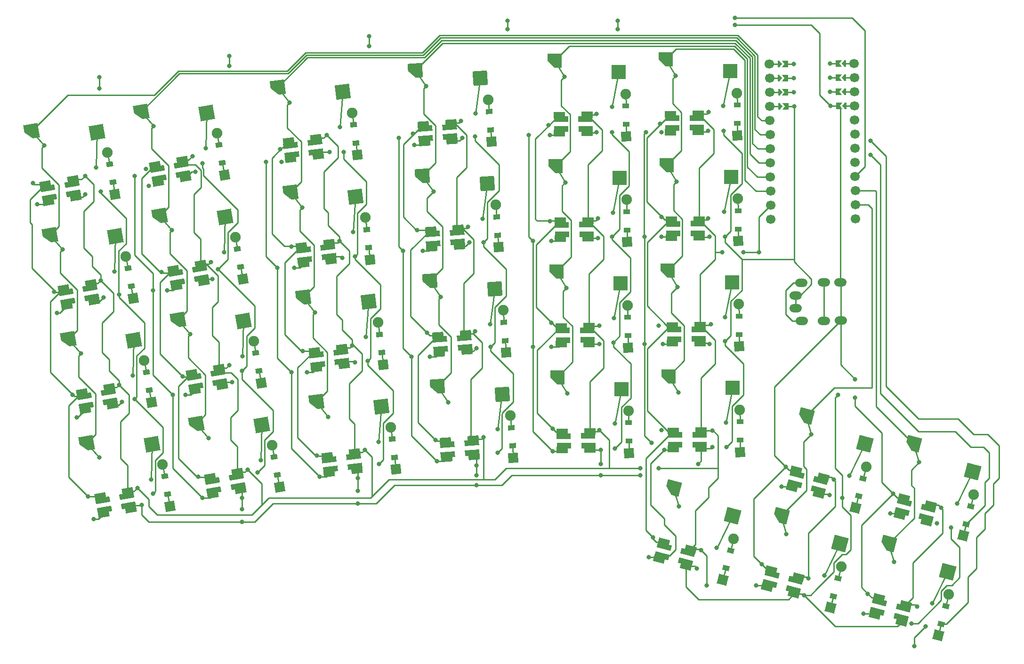
<source format=gbr>
%TF.GenerationSoftware,KiCad,Pcbnew,7.0.10-7.0.10~ubuntu22.04.1*%
%TF.CreationDate,2024-02-29T19:07:42-07:00*%
%TF.ProjectId,boardPcb,626f6172-6450-4636-922e-6b696361645f,v1.0.0*%
%TF.SameCoordinates,Original*%
%TF.FileFunction,Copper,L2,Bot*%
%TF.FilePolarity,Positive*%
%FSLAX46Y46*%
G04 Gerber Fmt 4.6, Leading zero omitted, Abs format (unit mm)*
G04 Created by KiCad (PCBNEW 7.0.10-7.0.10~ubuntu22.04.1) date 2024-02-29 19:07:42*
%MOMM*%
%LPD*%
G01*
G04 APERTURE LIST*
G04 Aperture macros list*
%AMHorizOval*
0 Thick line with rounded ends*
0 $1 width*
0 $2 $3 position (X,Y) of the first rounded end (center of the circle)*
0 $4 $5 position (X,Y) of the second rounded end (center of the circle)*
0 Add line between two ends*
20,1,$1,$2,$3,$4,$5,0*
0 Add two circle primitives to create the rounded ends*
1,1,$1,$2,$3*
1,1,$1,$4,$5*%
%AMRotRect*
0 Rectangle, with rotation*
0 The origin of the aperture is its center*
0 $1 length*
0 $2 width*
0 $3 Rotation angle, in degrees counterclockwise*
0 Add horizontal line*
21,1,$1,$2,0,0,$3*%
%AMFreePoly0*
4,1,6,1.300000,-1.300000,0.000000,-1.300000,-1.300000,0.000000,-1.300000,1.300000,1.300000,1.300000,1.300000,-1.300000,1.300000,-1.300000,$1*%
%AMFreePoly1*
4,1,6,0.250000,0.000000,-0.250000,-0.625000,-0.500000,-0.625000,-0.500000,0.625000,-0.250000,0.625000,0.250000,0.000000,0.250000,0.000000,$1*%
%AMFreePoly2*
4,1,6,0.500000,-0.625000,-0.650000,-0.625000,-0.150000,0.000000,-0.650000,0.625000,0.500000,0.625000,0.500000,-0.625000,0.500000,-0.625000,$1*%
G04 Aperture macros list end*
%TA.AperFunction,ComponentPad*%
%ADD10RotRect,1.778000X1.778000X90.500000*%
%TD*%
%TA.AperFunction,SMDPad,CuDef*%
%ADD11RotRect,0.900000X1.200000X90.500000*%
%TD*%
%TA.AperFunction,ComponentPad*%
%ADD12C,1.905000*%
%TD*%
%TA.AperFunction,ComponentPad*%
%ADD13RotRect,1.778000X1.778000X100.000000*%
%TD*%
%TA.AperFunction,SMDPad,CuDef*%
%ADD14RotRect,0.900000X1.200000X100.000000*%
%TD*%
%TA.AperFunction,ComponentPad*%
%ADD15RotRect,1.778000X1.778000X94.000000*%
%TD*%
%TA.AperFunction,SMDPad,CuDef*%
%ADD16RotRect,0.900000X1.200000X94.000000*%
%TD*%
%TA.AperFunction,SMDPad,CuDef*%
%ADD17RotRect,2.600000X1.000000X0.500000*%
%TD*%
%TA.AperFunction,SMDPad,CuDef*%
%ADD18RotRect,2.000000X1.200000X0.500000*%
%TD*%
%TA.AperFunction,ComponentPad*%
%ADD19RotRect,1.778000X1.778000X75.500000*%
%TD*%
%TA.AperFunction,SMDPad,CuDef*%
%ADD20RotRect,0.900000X1.200000X75.500000*%
%TD*%
%TA.AperFunction,SMDPad,CuDef*%
%ADD21FreePoly0,7.000000*%
%TD*%
%TA.AperFunction,ComponentPad*%
%ADD22C,0.800000*%
%TD*%
%TA.AperFunction,SMDPad,CuDef*%
%ADD23RotRect,2.600000X2.600000X7.000000*%
%TD*%
%TA.AperFunction,SMDPad,CuDef*%
%ADD24RotRect,2.600000X1.000000X10.000000*%
%TD*%
%TA.AperFunction,SMDPad,CuDef*%
%ADD25RotRect,2.000000X1.200000X10.000000*%
%TD*%
%TA.AperFunction,SMDPad,CuDef*%
%ADD26FreePoly0,0.500000*%
%TD*%
%TA.AperFunction,SMDPad,CuDef*%
%ADD27RotRect,2.600000X2.600000X0.500000*%
%TD*%
%TA.AperFunction,ComponentPad*%
%ADD28RotRect,1.778000X1.778000X97.000000*%
%TD*%
%TA.AperFunction,SMDPad,CuDef*%
%ADD29RotRect,0.900000X1.200000X97.000000*%
%TD*%
%TA.AperFunction,ComponentPad*%
%ADD30HorizOval,1.600000X-0.299989X-0.002618X0.299989X0.002618X0*%
%TD*%
%TA.AperFunction,SMDPad,CuDef*%
%ADD31RotRect,2.600000X1.000000X7.000000*%
%TD*%
%TA.AperFunction,SMDPad,CuDef*%
%ADD32RotRect,2.000000X1.200000X7.000000*%
%TD*%
%TA.AperFunction,SMDPad,CuDef*%
%ADD33FreePoly0,10.000000*%
%TD*%
%TA.AperFunction,SMDPad,CuDef*%
%ADD34RotRect,2.600000X2.600000X10.000000*%
%TD*%
%TA.AperFunction,SMDPad,CuDef*%
%ADD35RotRect,2.600000X1.000000X345.500000*%
%TD*%
%TA.AperFunction,SMDPad,CuDef*%
%ADD36RotRect,2.000000X1.200000X345.500000*%
%TD*%
%TA.AperFunction,SMDPad,CuDef*%
%ADD37FreePoly0,4.000000*%
%TD*%
%TA.AperFunction,SMDPad,CuDef*%
%ADD38RotRect,2.600000X2.600000X4.000000*%
%TD*%
%TA.AperFunction,SMDPad,CuDef*%
%ADD39FreePoly0,345.500000*%
%TD*%
%TA.AperFunction,SMDPad,CuDef*%
%ADD40RotRect,2.600000X2.600000X345.500000*%
%TD*%
%TA.AperFunction,ComponentPad*%
%ADD41HorizOval,1.700000X0.000000X0.000000X0.000000X0.000000X0*%
%TD*%
%TA.AperFunction,SMDPad,CuDef*%
%ADD42FreePoly1,0.500000*%
%TD*%
%TA.AperFunction,SMDPad,CuDef*%
%ADD43FreePoly2,0.500000*%
%TD*%
%TA.AperFunction,ComponentPad*%
%ADD44HorizOval,1.700000X0.000000X0.000000X0.000000X0.000000X0*%
%TD*%
%TA.AperFunction,SMDPad,CuDef*%
%ADD45FreePoly2,180.500000*%
%TD*%
%TA.AperFunction,SMDPad,CuDef*%
%ADD46FreePoly1,180.500000*%
%TD*%
%TA.AperFunction,SMDPad,CuDef*%
%ADD47RotRect,2.600000X1.000000X4.000000*%
%TD*%
%TA.AperFunction,SMDPad,CuDef*%
%ADD48RotRect,2.000000X1.200000X4.000000*%
%TD*%
%TA.AperFunction,ViaPad*%
%ADD49C,0.800000*%
%TD*%
%TA.AperFunction,Conductor*%
%ADD50C,0.250000*%
%TD*%
G04 APERTURE END LIST*
D10*
%TO.P,D17,1*%
%TO.N,P21*%
X226301341Y-175114482D03*
D11*
X226282492Y-172954564D03*
%TO.P,D17,2*%
%TO.N,pointer_bottom*%
X226253694Y-169654690D03*
D12*
X226234845Y-167494772D03*
%TD*%
D13*
%TO.P,D3,1*%
%TO.N,P19*%
X137149998Y-147230922D03*
D14*
X136774917Y-145103737D03*
%TO.P,D3,2*%
%TO.N,pinky1_top*%
X136201879Y-141853871D03*
D12*
X135826798Y-139726686D03*
%TD*%
D15*
%TO.P,D15,1*%
%TO.N,P19*%
X202871549Y-138054021D03*
D16*
X202720875Y-135899283D03*
%TO.P,D15,2*%
%TO.N,middle_top*%
X202490679Y-132607321D03*
D12*
X202340005Y-130452583D03*
%TD*%
D17*
%TO.P,LED17,1*%
%TO.N,VCC*%
X214573992Y-172031704D03*
%TO.P,LED17,2*%
%TO.N,P15*%
X214589263Y-173781637D03*
%TO.P,LED17,3*%
%TO.N,GND*%
X218989096Y-173743240D03*
%TO.P,LED17,4*%
%TO.N,P8*%
X218973825Y-171993307D03*
D18*
%TO.P,LED17,11*%
%TO.N,VCC*%
X214267677Y-171309349D03*
%TO.P,LED17,22*%
%TO.N,P15*%
X214295602Y-174509227D03*
%TO.P,LED17,33*%
%TO.N,GND*%
X219295411Y-174465595D03*
%TO.P,LED17,44*%
%TO.N,P8*%
X219267486Y-171265717D03*
%TD*%
D10*
%TO.P,D22,1*%
%TO.N,P20*%
X246134775Y-155940674D03*
D11*
X246115926Y-153780756D03*
%TO.P,D22,2*%
%TO.N,pointer2_middle*%
X246087128Y-150480882D03*
D12*
X246068279Y-148320964D03*
%TD*%
D19*
%TO.P,D28,1*%
%TO.N,P19*%
X267043658Y-184951979D03*
D20*
X267584479Y-182860780D03*
%TO.P,D28,2*%
%TO.N,home2_thumb2*%
X268410733Y-179665892D03*
D12*
X268951554Y-177574693D03*
%TD*%
D17*
%TO.P,LED24,1*%
%TO.N,VCC*%
X234075818Y-114859343D03*
%TO.P,LED24,2*%
%TO.N,P15*%
X234091089Y-116609276D03*
%TO.P,LED24,3*%
%TO.N,GND*%
X238490922Y-116570879D03*
%TO.P,LED24,4*%
%TO.N,P8*%
X238475651Y-114820946D03*
D18*
%TO.P,LED24,11*%
%TO.N,VCC*%
X233769503Y-114136988D03*
%TO.P,LED24,22*%
%TO.N,P15*%
X233797428Y-117336866D03*
%TO.P,LED24,33*%
%TO.N,GND*%
X238797237Y-117293234D03*
%TO.P,LED24,44*%
%TO.N,P8*%
X238769312Y-114093356D03*
%TD*%
D13*
%TO.P,D6,1*%
%TO.N,P20*%
X160145469Y-162469306D03*
D14*
X159770388Y-160342121D03*
%TO.P,D6,2*%
%TO.N,pink2_middle*%
X159197350Y-157092255D03*
D12*
X158822269Y-154965070D03*
%TD*%
D21*
%TO.P,S12,1*%
%TO.N,P4*%
X163111953Y-109344449D03*
D22*
%TO.P,S12,2*%
X165233237Y-112056143D03*
%TO.N,ring_number*%
X174340160Y-116479257D03*
D23*
X174843973Y-110120460D03*
%TD*%
D10*
%TO.P,D23,1*%
%TO.N,P19*%
X245968971Y-136941398D03*
D11*
X245950122Y-134781480D03*
%TO.P,D23,2*%
%TO.N,pointer2_top*%
X245921324Y-131481606D03*
D12*
X245902475Y-129321688D03*
%TD*%
D24*
%TO.P,LED6,1*%
%TO.N,VCC*%
X148070148Y-161364376D03*
%TO.P,LED6,2*%
%TO.N,P15*%
X148374032Y-163087790D03*
%TO.P,LED6,3*%
%TO.N,GND*%
X152707186Y-162323738D03*
%TO.P,LED6,4*%
%TO.N,P8*%
X152403302Y-160600324D03*
D25*
%TO.P,LED6,11*%
%TO.N,VCC*%
X147648811Y-160702485D03*
%TO.P,LED6,22*%
%TO.N,P15*%
X148204485Y-163853870D03*
%TO.P,LED6,33*%
%TO.N,GND*%
X153128523Y-162985629D03*
%TO.P,LED6,44*%
%TO.N,P8*%
X152572849Y-159834244D03*
%TD*%
D10*
%TO.P,D21,1*%
%TO.N,P21*%
X246300579Y-174939951D03*
D11*
X246281730Y-172780033D03*
%TO.P,D21,2*%
%TO.N,pointer2_bottom*%
X246252932Y-169480159D03*
D12*
X246234083Y-167320241D03*
%TD*%
D26*
%TO.P,S18,1*%
%TO.N,P6*%
X213240946Y-142467211D03*
D22*
%TO.P,S18,2*%
X215041622Y-145401609D03*
%TO.N,pointer_middle*%
X223589294Y-150827224D03*
D27*
X224809704Y-144566336D03*
%TD*%
D19*
%TO.P,D29,1*%
%TO.N,P19*%
X286406611Y-189959579D03*
D20*
X286947432Y-187868380D03*
%TO.P,D29,2*%
%TO.N,far2_thumb2*%
X287773686Y-184673492D03*
D12*
X288314507Y-182582293D03*
%TD*%
D26*
%TO.P,S17,1*%
%TO.N,P6*%
X213406750Y-161466487D03*
D22*
%TO.P,S17,2*%
X215207426Y-164400885D03*
%TO.N,pointer_bottom*%
X223755098Y-169826500D03*
D27*
X224975508Y-163565612D03*
%TD*%
D28*
%TO.P,D12,1*%
%TO.N,P18*%
X177468652Y-121445004D03*
D29*
X177205414Y-119301104D03*
%TO.P,D12,2*%
%TO.N,ring_number*%
X176803246Y-116025702D03*
D12*
X176540008Y-113881802D03*
%TD*%
D13*
%TO.P,D2,1*%
%TO.N,P20*%
X140449314Y-165942269D03*
D14*
X140074233Y-163815084D03*
%TO.P,D2,2*%
%TO.N,pinky1_middle*%
X139501195Y-160565218D03*
D12*
X139126114Y-158438033D03*
%TD*%
D30*
%TO.P,TRRS1,1*%
%TO.N,GND*%
X256254888Y-146742010D03*
X256274959Y-149041923D03*
%TO.P,TRRS1,2*%
%TO.N,P9*%
X257334775Y-144432499D03*
X257394988Y-151332236D03*
%TO.P,TRRS1,3*%
%TO.N,P10*%
X261334623Y-144397593D03*
X261394836Y-151297330D03*
%TO.P,TRRS1,4*%
%TO.N,VCC*%
X264334509Y-144371413D03*
X264394722Y-151271150D03*
%TD*%
D31*
%TO.P,LED10,1*%
%TO.N,VCC*%
X170098744Y-157426370D03*
%TO.P,LED10,2*%
%TO.N,P15*%
X170312015Y-159163325D03*
%TO.P,LED10,3*%
%TO.N,GND*%
X174679218Y-158627100D03*
%TO.P,LED10,4*%
%TO.N,P8*%
X174465947Y-156890145D03*
D32*
%TO.P,LED10,11*%
%TO.N,VCC*%
X169712625Y-156743335D03*
%TO.P,LED10,22*%
%TO.N,P15*%
X170102607Y-159919482D03*
%TO.P,LED10,33*%
%TO.N,GND*%
X175065337Y-159310135D03*
%TO.P,LED10,44*%
%TO.N,P8*%
X174675355Y-156133988D03*
%TD*%
D33*
%TO.P,S4,1*%
%TO.N,P2*%
X118880365Y-117186975D03*
D22*
%TO.P,S4,2*%
X121140661Y-119783932D03*
%TO.N,pinky1_number*%
X130466592Y-123724365D03*
D34*
X130636920Y-117347915D03*
%TD*%
D31*
%TO.P,LED11,1*%
%TO.N,VCC*%
X167783226Y-138567993D03*
%TO.P,LED11,2*%
%TO.N,P15*%
X167996497Y-140304948D03*
%TO.P,LED11,3*%
%TO.N,GND*%
X172363700Y-139768723D03*
%TO.P,LED11,4*%
%TO.N,P8*%
X172150429Y-138031768D03*
D32*
%TO.P,LED11,11*%
%TO.N,VCC*%
X167397107Y-137884958D03*
%TO.P,LED11,22*%
%TO.N,P15*%
X167787089Y-141061105D03*
%TO.P,LED11,33*%
%TO.N,GND*%
X172749819Y-140451758D03*
%TO.P,LED11,44*%
%TO.N,P8*%
X172359837Y-137275611D03*
%TD*%
D35*
%TO.P,LED28,1*%
%TO.N,VCC*%
X256513791Y-178938982D03*
%TO.P,LED28,2*%
%TO.N,P15*%
X256075626Y-180633240D03*
%TO.P,LED28,3*%
%TO.N,GND*%
X260335475Y-181734912D03*
%TO.P,LED28,4*%
%TO.N,P8*%
X260773640Y-180040654D03*
D36*
%TO.P,LED28,11*%
%TO.N,VCC*%
X256404872Y-178161961D03*
%TO.P,LED28,22*%
%TO.N,P15*%
X255603656Y-181260033D03*
%TO.P,LED28,33*%
%TO.N,GND*%
X260444394Y-182511933D03*
%TO.P,LED28,44*%
%TO.N,P8*%
X261245610Y-179413861D03*
%TD*%
D21*
%TO.P,S11,1*%
%TO.N,P4*%
X165427471Y-128202826D03*
D22*
%TO.P,S11,2*%
X167548755Y-130914520D03*
%TO.N,ring_top*%
X176655678Y-135337634D03*
D23*
X177159491Y-128978837D03*
%TD*%
D17*
%TO.P,LED18,1*%
%TO.N,VCC*%
X214408188Y-153032427D03*
%TO.P,LED18,2*%
%TO.N,P15*%
X214423459Y-154782360D03*
%TO.P,LED18,3*%
%TO.N,GND*%
X218823292Y-154743963D03*
%TO.P,LED18,4*%
%TO.N,P8*%
X218808021Y-152994030D03*
D18*
%TO.P,LED18,11*%
%TO.N,VCC*%
X214101873Y-152310072D03*
%TO.P,LED18,22*%
%TO.N,P15*%
X214129798Y-155509950D03*
%TO.P,LED18,33*%
%TO.N,GND*%
X219129607Y-155466318D03*
%TO.P,LED18,44*%
%TO.N,P8*%
X219101682Y-152266440D03*
%TD*%
D10*
%TO.P,D19,1*%
%TO.N,P19*%
X225969732Y-137115929D03*
D11*
X225950883Y-134956011D03*
%TO.P,D19,2*%
%TO.N,pointer_top*%
X225922085Y-131656137D03*
D12*
X225903236Y-129496219D03*
%TD*%
D35*
%TO.P,LED26,1*%
%TO.N,VCC*%
X252022917Y-196896418D03*
%TO.P,LED26,2*%
%TO.N,P15*%
X251584752Y-198590676D03*
%TO.P,LED26,3*%
%TO.N,GND*%
X255844601Y-199692348D03*
%TO.P,LED26,4*%
%TO.N,P8*%
X256282766Y-197998090D03*
D36*
%TO.P,LED26,11*%
%TO.N,VCC*%
X251913998Y-196119397D03*
%TO.P,LED26,22*%
%TO.N,P15*%
X251112782Y-199217469D03*
%TO.P,LED26,33*%
%TO.N,GND*%
X255953520Y-200469369D03*
%TO.P,LED26,44*%
%TO.N,P8*%
X256754736Y-197371297D03*
%TD*%
D37*
%TO.P,S15,1*%
%TO.N,P5*%
X189167820Y-125218678D03*
D22*
%TO.P,S15,2*%
X191144278Y-128037675D03*
%TO.N,middle_top*%
X200007233Y-132931347D03*
D38*
X200843149Y-126607632D03*
%TD*%
D19*
%TO.P,D25,1*%
%TO.N,P21*%
X243189831Y-197901814D03*
D20*
X243730652Y-195810615D03*
%TO.P,D25,2*%
%TO.N,near_thumb*%
X244556906Y-192615727D03*
D12*
X245097727Y-190524528D03*
%TD*%
D35*
%TO.P,LED25,1*%
%TO.N,VCC*%
X232659964Y-191888818D03*
%TO.P,LED25,2*%
%TO.N,P15*%
X232221799Y-193583076D03*
%TO.P,LED25,3*%
%TO.N,GND*%
X236481648Y-194684748D03*
%TO.P,LED25,4*%
%TO.N,P8*%
X236919813Y-192990490D03*
D36*
%TO.P,LED25,11*%
%TO.N,VCC*%
X232551045Y-191111797D03*
%TO.P,LED25,22*%
%TO.N,P15*%
X231749829Y-194209869D03*
%TO.P,LED25,33*%
%TO.N,GND*%
X236590567Y-195461769D03*
%TO.P,LED25,44*%
%TO.N,P8*%
X237391783Y-192363697D03*
%TD*%
D31*
%TO.P,LED12,1*%
%TO.N,VCC*%
X165467709Y-119709616D03*
%TO.P,LED12,2*%
%TO.N,P15*%
X165680980Y-121446571D03*
%TO.P,LED12,3*%
%TO.N,GND*%
X170048183Y-120910346D03*
%TO.P,LED12,4*%
%TO.N,P8*%
X169834912Y-119173391D03*
D32*
%TO.P,LED12,11*%
%TO.N,VCC*%
X165081590Y-119026581D03*
%TO.P,LED12,22*%
%TO.N,P15*%
X165471572Y-122202728D03*
%TO.P,LED12,33*%
%TO.N,GND*%
X170434302Y-121593381D03*
%TO.P,LED12,44*%
%TO.N,P8*%
X170044320Y-118417234D03*
%TD*%
D24*
%TO.P,LED2,1*%
%TO.N,VCC*%
X128373993Y-164837339D03*
%TO.P,LED2,2*%
%TO.N,P15*%
X128677877Y-166560753D03*
%TO.P,LED2,3*%
%TO.N,GND*%
X133011031Y-165796701D03*
%TO.P,LED2,4*%
%TO.N,P8*%
X132707147Y-164073287D03*
D25*
%TO.P,LED2,11*%
%TO.N,VCC*%
X127952656Y-164175448D03*
%TO.P,LED2,22*%
%TO.N,P15*%
X128508330Y-167326833D03*
%TO.P,LED2,33*%
%TO.N,GND*%
X133432368Y-166458592D03*
%TO.P,LED2,44*%
%TO.N,P8*%
X132876694Y-163307207D03*
%TD*%
D26*
%TO.P,S19,1*%
%TO.N,P6*%
X213075142Y-123467934D03*
D22*
%TO.P,S19,2*%
X214875818Y-126402332D03*
%TO.N,pointer_top*%
X223423490Y-131827947D03*
D27*
X224643900Y-125567059D03*
%TD*%
D17*
%TO.P,LED19,1*%
%TO.N,VCC*%
X214242384Y-134033151D03*
%TO.P,LED19,2*%
%TO.N,P15*%
X214257655Y-135783084D03*
%TO.P,LED19,3*%
%TO.N,GND*%
X218657488Y-135744687D03*
%TO.P,LED19,4*%
%TO.N,P8*%
X218642217Y-133994754D03*
D18*
%TO.P,LED19,11*%
%TO.N,VCC*%
X213936069Y-133310796D03*
%TO.P,LED19,22*%
%TO.N,P15*%
X213963994Y-136510674D03*
%TO.P,LED19,33*%
%TO.N,GND*%
X218963803Y-136467042D03*
%TO.P,LED19,44*%
%TO.N,P8*%
X218935878Y-133267164D03*
%TD*%
D26*
%TO.P,S23,1*%
%TO.N,P7*%
X233074380Y-123293403D03*
D22*
%TO.P,S23,2*%
X234875056Y-126227801D03*
%TO.N,pointer2_top*%
X243422728Y-131653416D03*
D27*
X244643138Y-125392528D03*
%TD*%
D19*
%TO.P,D26,1*%
%TO.N,P20*%
X262552784Y-202909414D03*
D20*
X263093605Y-200818215D03*
%TO.P,D26,2*%
%TO.N,home_thumb*%
X263919859Y-197623327D03*
D12*
X264460680Y-195532128D03*
%TD*%
D26*
%TO.P,S24,1*%
%TO.N,P7*%
X232908576Y-104294127D03*
D22*
%TO.P,S24,2*%
X234709252Y-107228525D03*
%TO.N,pointer2_number*%
X243256924Y-112654140D03*
D27*
X244477334Y-106393252D03*
%TD*%
D33*
%TO.P,S5,1*%
%TO.N,P3*%
X148474466Y-169848054D03*
D22*
%TO.P,S5,2*%
X150734762Y-172445011D03*
%TO.N,pink2_bottom*%
X160060693Y-176385444D03*
D34*
X160231021Y-170008994D03*
%TD*%
D24*
%TO.P,LED3,1*%
%TO.N,VCC*%
X125074678Y-146125992D03*
%TO.P,LED3,2*%
%TO.N,P15*%
X125378562Y-147849406D03*
%TO.P,LED3,3*%
%TO.N,GND*%
X129711716Y-147085354D03*
%TO.P,LED3,4*%
%TO.N,P8*%
X129407832Y-145361940D03*
D25*
%TO.P,LED3,11*%
%TO.N,VCC*%
X124653341Y-145464101D03*
%TO.P,LED3,22*%
%TO.N,P15*%
X125209015Y-148615486D03*
%TO.P,LED3,33*%
%TO.N,GND*%
X130133053Y-147747245D03*
%TO.P,LED3,44*%
%TO.N,P8*%
X129577379Y-144595860D03*
%TD*%
D39*
%TO.P,S29,1*%
%TO.N,P14*%
X277483754Y-173439262D03*
D22*
%TO.P,S29,2*%
X278463595Y-176739722D03*
%TO.N,far2_thumb2*%
X285315759Y-184192764D03*
D40*
X288115023Y-178461076D03*
%TD*%
D39*
%TO.P,S28,1*%
%TO.N,P16*%
X258120801Y-168431662D03*
D22*
%TO.P,S28,2*%
X259100642Y-171732122D03*
%TO.N,home2_thumb2*%
X265952806Y-179185164D03*
D40*
X268752070Y-173453476D03*
%TD*%
D33*
%TO.P,S2,1*%
%TO.N,P2*%
X125478995Y-154609670D03*
D22*
%TO.P,S2,2*%
X127739291Y-157206627D03*
%TO.N,pinky1_middle*%
X137065222Y-161147060D03*
D34*
X137235550Y-154770610D03*
%TD*%
D13*
%TO.P,D1,1*%
%TO.N,P21*%
X143748629Y-184653616D03*
D14*
X143373548Y-182526431D03*
%TO.P,D1,2*%
%TO.N,pinky1_bottom*%
X142800510Y-179276565D03*
D12*
X142425429Y-177149380D03*
%TD*%
D33*
%TO.P,S1,1*%
%TO.N,P2*%
X128778311Y-173321017D03*
D22*
%TO.P,S1,2*%
X131038607Y-175917974D03*
%TO.N,pinky1_bottom*%
X140364538Y-179858407D03*
D34*
X140534866Y-173481957D03*
%TD*%
D15*
%TO.P,D13,1*%
%TO.N,P21*%
X205522295Y-175961455D03*
D16*
X205371621Y-173806717D03*
%TO.P,D13,2*%
%TO.N,middle_bottom*%
X205141425Y-170514755D03*
D12*
X204990751Y-168360017D03*
%TD*%
D17*
%TO.P,LED20,1*%
%TO.N,VCC*%
X214076580Y-115033874D03*
%TO.P,LED20,2*%
%TO.N,P15*%
X214091851Y-116783807D03*
%TO.P,LED20,3*%
%TO.N,GND*%
X218491684Y-116745410D03*
%TO.P,LED20,4*%
%TO.N,P8*%
X218476413Y-114995477D03*
D18*
%TO.P,LED20,11*%
%TO.N,VCC*%
X213770265Y-114311519D03*
%TO.P,LED20,22*%
%TO.N,P15*%
X213798190Y-117511397D03*
%TO.P,LED20,33*%
%TO.N,GND*%
X218797999Y-117467765D03*
%TO.P,LED20,44*%
%TO.N,P8*%
X218770074Y-114267887D03*
%TD*%
D39*
%TO.P,S27,1*%
%TO.N,P14*%
X272992880Y-191396698D03*
D22*
%TO.P,S27,2*%
X273972721Y-194697158D03*
%TO.N,far_thumb*%
X280824885Y-202150200D03*
D40*
X283624149Y-196418512D03*
%TD*%
D41*
%TO.P,,0*%
%TO.N,_1_0*%
X251571417Y-105111296D03*
D42*
X253571341Y-105093843D03*
D43*
%TO.N,P1*%
X254416309Y-105086469D03*
D22*
X255929252Y-105073266D03*
D41*
%TO.P,,1*%
%TO.N,_1_1*%
X251593583Y-107651199D03*
D42*
X253593507Y-107633746D03*
D43*
%TO.N,P0*%
X254438475Y-107626372D03*
D22*
X255951417Y-107613169D03*
D41*
%TO.P,,2*%
%TO.N,_1_2*%
X251615748Y-110191103D03*
D42*
X253615672Y-110173650D03*
D43*
%TO.N,GND*%
X254460640Y-110166276D03*
D22*
X255973582Y-110153072D03*
D41*
%TO.P,,3*%
%TO.N,_1_3*%
X251637914Y-112731006D03*
D42*
X253637837Y-112713553D03*
D43*
%TO.N,GND*%
X254482805Y-112706179D03*
D22*
X255995748Y-112692976D03*
D41*
%TO.P,,4*%
%TO.N,P2*%
X251660079Y-115270909D03*
%TO.P,,5*%
%TO.N,P3*%
X251682244Y-117810813D03*
%TO.P,,6*%
%TO.N,P4*%
X251704410Y-120350716D03*
%TO.P,,7*%
%TO.N,P5*%
X251726575Y-122890619D03*
%TO.P,,8*%
%TO.N,P6*%
X251748741Y-125430522D03*
%TO.P,,9*%
%TO.N,P7*%
X251770906Y-127970426D03*
%TO.P,,10*%
%TO.N,P8*%
X251793071Y-130510329D03*
%TO.P,,11*%
%TO.N,P9*%
X251815237Y-133050232D03*
D44*
%TO.P,,12*%
%TO.N,P10*%
X267054657Y-132917240D03*
%TO.P,,13*%
%TO.N,P16*%
X267032491Y-130377337D03*
%TO.P,,14*%
%TO.N,P14*%
X267010326Y-127837433D03*
%TO.P,,15*%
%TO.N,P15*%
X266988160Y-125297530D03*
%TO.P,,16*%
%TO.N,P18*%
X266965995Y-122757627D03*
%TO.P,,17*%
%TO.N,P19*%
X266943830Y-120217723D03*
%TO.P,,18*%
%TO.N,P20*%
X266921664Y-117677820D03*
%TO.P,,19*%
%TO.N,P21*%
X266899499Y-115137917D03*
D22*
%TO.P,,20*%
%TO.N,VCC*%
X262519499Y-112636044D03*
D45*
X264032442Y-112622841D03*
D46*
%TO.N,_1_20*%
X264877410Y-112615467D03*
D44*
X266877333Y-112598014D03*
D22*
%TO.P,,21*%
%TO.N,RST*%
X262497334Y-110096141D03*
D45*
X264010276Y-110082937D03*
D46*
%TO.N,_1_21*%
X264855244Y-110075563D03*
D44*
X266855168Y-110058110D03*
D22*
%TO.P,,22*%
%TO.N,GND*%
X262475168Y-107556237D03*
D45*
X263988111Y-107543034D03*
D46*
%TO.N,_1_22*%
X264833079Y-107535660D03*
D44*
X266833003Y-107518207D03*
D22*
%TO.P,,23*%
%TO.N,RAW*%
X262453003Y-105016334D03*
D45*
X263965945Y-105003131D03*
D46*
%TO.N,_1_23*%
X264810913Y-104995757D03*
D44*
X266810837Y-104978304D03*
%TD*%
D37*
%TO.P,S16,1*%
%TO.N,P5*%
X187842447Y-106264961D03*
D22*
%TO.P,S16,2*%
X189818905Y-109083958D03*
%TO.N,middle_number*%
X198681860Y-113977630D03*
D38*
X199517776Y-107653915D03*
%TD*%
D33*
%TO.P,S8,1*%
%TO.N,P3*%
X138576520Y-113714012D03*
D22*
%TO.P,S8,2*%
X140836816Y-116310969D03*
%TO.N,pink2_number*%
X150162747Y-120251402D03*
D34*
X150333075Y-113874952D03*
%TD*%
D10*
%TO.P,D20,1*%
%TO.N,P18*%
X225803928Y-118116652D03*
D11*
X225785079Y-115956734D03*
%TO.P,D20,2*%
%TO.N,pointer_number*%
X225756281Y-112656860D03*
D12*
X225737432Y-110496942D03*
%TD*%
D24*
%TO.P,LED5,1*%
%TO.N,VCC*%
X151369464Y-180075723D03*
%TO.P,LED5,2*%
%TO.N,P15*%
X151673348Y-181799137D03*
%TO.P,LED5,3*%
%TO.N,GND*%
X156006502Y-181035085D03*
%TO.P,LED5,4*%
%TO.N,P8*%
X155702618Y-179311671D03*
D25*
%TO.P,LED5,11*%
%TO.N,VCC*%
X150948127Y-179413832D03*
%TO.P,LED5,22*%
%TO.N,P15*%
X151503801Y-182565217D03*
%TO.P,LED5,33*%
%TO.N,GND*%
X156427839Y-181696976D03*
%TO.P,LED5,44*%
%TO.N,P8*%
X155872165Y-178545591D03*
%TD*%
D15*
%TO.P,D14,1*%
%TO.N,P20*%
X204196922Y-157007738D03*
D16*
X204046248Y-154853000D03*
%TO.P,D14,2*%
%TO.N,middle_middle*%
X203816052Y-151561038D03*
D12*
X203665378Y-149406300D03*
%TD*%
D33*
%TO.P,S3,1*%
%TO.N,P2*%
X122179680Y-135898323D03*
D22*
%TO.P,S3,2*%
X124439976Y-138495280D03*
%TO.N,pinky1_top*%
X133765907Y-142435713D03*
D34*
X133936235Y-136059263D03*
%TD*%
D39*
%TO.P,S26,1*%
%TO.N,P16*%
X253629927Y-186389098D03*
D22*
%TO.P,S26,2*%
X254609768Y-189689558D03*
%TO.N,home_thumb*%
X261461932Y-197142600D03*
D40*
X264261196Y-191410912D03*
%TD*%
D34*
%TO.P,S6,2*%
%TO.N,pink2_middle*%
X156931705Y-151297646D03*
D22*
X156761377Y-157674096D03*
%TO.N,P3*%
X147435446Y-153733663D03*
D33*
%TO.P,S6,1*%
X145175150Y-151136706D03*
%TD*%
D37*
%TO.P,S13,1*%
%TO.N,P5*%
X191818566Y-163126112D03*
D22*
%TO.P,S13,2*%
X193795024Y-165945109D03*
%TO.N,middle_bottom*%
X202657979Y-170838781D03*
D38*
X203493895Y-164515066D03*
%TD*%
D26*
%TO.P,S22,1*%
%TO.N,P7*%
X233240185Y-142292680D03*
D22*
%TO.P,S22,2*%
X235040861Y-145227078D03*
%TO.N,pointer2_middle*%
X243588533Y-150652693D03*
D27*
X244808943Y-144391805D03*
%TD*%
D24*
%TO.P,LED1,1*%
%TO.N,VCC*%
X131673309Y-183548687D03*
%TO.P,LED1,2*%
%TO.N,P15*%
X131977193Y-185272101D03*
%TO.P,LED1,3*%
%TO.N,GND*%
X136310347Y-184508049D03*
%TO.P,LED1,4*%
%TO.N,P8*%
X136006463Y-182784635D03*
D25*
%TO.P,LED1,11*%
%TO.N,VCC*%
X131251972Y-182886796D03*
%TO.P,LED1,22*%
%TO.N,P15*%
X131807646Y-186038181D03*
%TO.P,LED1,33*%
%TO.N,GND*%
X136731684Y-185169940D03*
%TO.P,LED1,44*%
%TO.N,P8*%
X136176010Y-182018555D03*
%TD*%
D13*
%TO.P,D8,1*%
%TO.N,P18*%
X153546838Y-125046611D03*
D14*
X153171757Y-122919426D03*
%TO.P,D8,2*%
%TO.N,pink2_number*%
X152598719Y-119669560D03*
D12*
X152223638Y-117542375D03*
%TD*%
D24*
%TO.P,LED8,1*%
%TO.N,VCC*%
X141471518Y-123941681D03*
%TO.P,LED8,2*%
%TO.N,P15*%
X141775402Y-125665095D03*
%TO.P,LED8,3*%
%TO.N,GND*%
X146108556Y-124901043D03*
%TO.P,LED8,4*%
%TO.N,P8*%
X145804672Y-123177629D03*
D25*
%TO.P,LED8,11*%
%TO.N,VCC*%
X141050181Y-123279790D03*
%TO.P,LED8,22*%
%TO.N,P15*%
X141605855Y-126431175D03*
%TO.P,LED8,33*%
%TO.N,GND*%
X146529893Y-125562934D03*
%TO.P,LED8,44*%
%TO.N,P8*%
X145974219Y-122411549D03*
%TD*%
D26*
%TO.P,S20,1*%
%TO.N,P6*%
X212909338Y-104468658D03*
D22*
%TO.P,S20,2*%
X214710014Y-107403056D03*
%TO.N,pointer_number*%
X223257686Y-112828671D03*
D27*
X224478096Y-106567783D03*
%TD*%
D47*
%TO.P,LED16,1*%
%TO.N,VCC*%
X189652502Y-116739213D03*
%TO.P,LED16,2*%
%TO.N,P15*%
X189774576Y-118484950D03*
%TO.P,LED16,3*%
%TO.N,GND*%
X194163858Y-118178021D03*
%TO.P,LED16,4*%
%TO.N,P8*%
X194041784Y-116432284D03*
D48*
%TO.P,LED16,11*%
%TO.N,VCC*%
X189302660Y-116036906D03*
%TO.P,LED16,22*%
%TO.N,P15*%
X189525880Y-119229111D03*
%TO.P,LED16,33*%
%TO.N,GND*%
X194513700Y-118880328D03*
%TO.P,LED16,44*%
%TO.N,P8*%
X194290480Y-115688123D03*
%TD*%
D35*
%TO.P,LED29,1*%
%TO.N,VCC*%
X275876744Y-183946582D03*
%TO.P,LED29,2*%
%TO.N,P15*%
X275438579Y-185640840D03*
%TO.P,LED29,3*%
%TO.N,GND*%
X279698428Y-186742512D03*
%TO.P,LED29,4*%
%TO.N,P8*%
X280136593Y-185048254D03*
D36*
%TO.P,LED29,11*%
%TO.N,VCC*%
X275767825Y-183169561D03*
%TO.P,LED29,22*%
%TO.N,P15*%
X274966609Y-186267633D03*
%TO.P,LED29,33*%
%TO.N,GND*%
X279807347Y-187519533D03*
%TO.P,LED29,44*%
%TO.N,P8*%
X280608563Y-184421461D03*
%TD*%
D47*
%TO.P,LED13,1*%
%TO.N,VCC*%
X193628621Y-173600364D03*
%TO.P,LED13,2*%
%TO.N,P15*%
X193750695Y-175346101D03*
%TO.P,LED13,3*%
%TO.N,GND*%
X198139977Y-175039172D03*
%TO.P,LED13,4*%
%TO.N,P8*%
X198017903Y-173293435D03*
D48*
%TO.P,LED13,11*%
%TO.N,VCC*%
X193278779Y-172898057D03*
%TO.P,LED13,22*%
%TO.N,P15*%
X193501999Y-176090262D03*
%TO.P,LED13,33*%
%TO.N,GND*%
X198489819Y-175741479D03*
%TO.P,LED13,44*%
%TO.N,P8*%
X198266599Y-172549274D03*
%TD*%
D13*
%TO.P,D7,1*%
%TO.N,P19*%
X156846153Y-143757958D03*
D14*
X156471072Y-141630773D03*
%TO.P,D7,2*%
%TO.N,pink2_top*%
X155898034Y-138380907D03*
D12*
X155522953Y-136253722D03*
%TD*%
D26*
%TO.P,S21,1*%
%TO.N,P7*%
X233405989Y-161291956D03*
D22*
%TO.P,S21,2*%
X235206665Y-164226354D03*
%TO.N,pointer2_bottom*%
X243754337Y-169651969D03*
D27*
X244974747Y-163391081D03*
%TD*%
D35*
%TO.P,LED27,1*%
%TO.N,VCC*%
X271385870Y-201904018D03*
%TO.P,LED27,2*%
%TO.N,P15*%
X270947705Y-203598276D03*
%TO.P,LED27,3*%
%TO.N,GND*%
X275207554Y-204699948D03*
%TO.P,LED27,4*%
%TO.N,P8*%
X275645719Y-203005690D03*
D36*
%TO.P,LED27,11*%
%TO.N,VCC*%
X271276951Y-201126997D03*
%TO.P,LED27,22*%
%TO.N,P15*%
X270475735Y-204225069D03*
%TO.P,LED27,33*%
%TO.N,GND*%
X275316473Y-205476969D03*
%TO.P,LED27,44*%
%TO.N,P8*%
X276117689Y-202378897D03*
%TD*%
D24*
%TO.P,LED4,1*%
%TO.N,VCC*%
X121775363Y-127414645D03*
%TO.P,LED4,2*%
%TO.N,P15*%
X122079247Y-129138059D03*
%TO.P,LED4,3*%
%TO.N,GND*%
X126412401Y-128374007D03*
%TO.P,LED4,4*%
%TO.N,P8*%
X126108517Y-126650593D03*
D25*
%TO.P,LED4,11*%
%TO.N,VCC*%
X121354026Y-126752754D03*
%TO.P,LED4,22*%
%TO.N,P15*%
X121909700Y-129904139D03*
%TO.P,LED4,33*%
%TO.N,GND*%
X126833738Y-129035898D03*
%TO.P,LED4,44*%
%TO.N,P8*%
X126278064Y-125884513D03*
%TD*%
D47*
%TO.P,LED14,1*%
%TO.N,VCC*%
X192303248Y-154646647D03*
%TO.P,LED14,2*%
%TO.N,P15*%
X192425322Y-156392384D03*
%TO.P,LED14,3*%
%TO.N,GND*%
X196814604Y-156085455D03*
%TO.P,LED14,4*%
%TO.N,P8*%
X196692530Y-154339718D03*
D48*
%TO.P,LED14,11*%
%TO.N,VCC*%
X191953406Y-153944340D03*
%TO.P,LED14,22*%
%TO.N,P15*%
X192176626Y-157136545D03*
%TO.P,LED14,33*%
%TO.N,GND*%
X197164446Y-156787762D03*
%TO.P,LED14,44*%
%TO.N,P8*%
X196941226Y-153595557D03*
%TD*%
D17*
%TO.P,LED21,1*%
%TO.N,VCC*%
X234573231Y-171857173D03*
%TO.P,LED21,2*%
%TO.N,P15*%
X234588502Y-173607106D03*
%TO.P,LED21,3*%
%TO.N,GND*%
X238988335Y-173568709D03*
%TO.P,LED21,4*%
%TO.N,P8*%
X238973064Y-171818776D03*
D18*
%TO.P,LED21,11*%
%TO.N,VCC*%
X234266916Y-171134818D03*
%TO.P,LED21,22*%
%TO.N,P15*%
X234294841Y-174334696D03*
%TO.P,LED21,33*%
%TO.N,GND*%
X239294650Y-174291064D03*
%TO.P,LED21,44*%
%TO.N,P8*%
X239266725Y-171091186D03*
%TD*%
D19*
%TO.P,D27,1*%
%TO.N,P20*%
X281915737Y-207917014D03*
D20*
X282456558Y-205825815D03*
%TO.P,D27,2*%
%TO.N,far_thumb*%
X283282812Y-202630927D03*
D12*
X283823633Y-200539728D03*
%TD*%
D28*
%TO.P,D9,1*%
%TO.N,P21*%
X184415205Y-178020135D03*
D29*
X184151967Y-175876235D03*
%TO.P,D9,2*%
%TO.N,ring_bottom*%
X183749799Y-172600833D03*
D12*
X183486561Y-170456933D03*
%TD*%
D33*
%TO.P,S7,1*%
%TO.N,P3*%
X141875835Y-132425359D03*
D22*
%TO.P,S7,2*%
X144136131Y-135022316D03*
%TO.N,pink2_top*%
X153462062Y-138962749D03*
D34*
X153632390Y-132586299D03*
%TD*%
D24*
%TO.P,LED7,1*%
%TO.N,VCC*%
X144770833Y-142653029D03*
%TO.P,LED7,2*%
%TO.N,P15*%
X145074717Y-144376443D03*
%TO.P,LED7,3*%
%TO.N,GND*%
X149407871Y-143612391D03*
%TO.P,LED7,4*%
%TO.N,P8*%
X149103987Y-141888977D03*
D25*
%TO.P,LED7,11*%
%TO.N,VCC*%
X144349496Y-141991138D03*
%TO.P,LED7,22*%
%TO.N,P15*%
X144905170Y-145142523D03*
%TO.P,LED7,33*%
%TO.N,GND*%
X149829208Y-144274282D03*
%TO.P,LED7,44*%
%TO.N,P8*%
X149273534Y-141122897D03*
%TD*%
D39*
%TO.P,S25,1*%
%TO.N,P16*%
X234266974Y-181381498D03*
D22*
%TO.P,S25,2*%
X235246815Y-184681958D03*
%TO.N,near_thumb*%
X242098979Y-192135000D03*
D40*
X244898243Y-186403312D03*
%TD*%
D47*
%TO.P,LED15,1*%
%TO.N,VCC*%
X190977875Y-135692930D03*
%TO.P,LED15,2*%
%TO.N,P15*%
X191099949Y-137438667D03*
%TO.P,LED15,3*%
%TO.N,GND*%
X195489231Y-137131738D03*
%TO.P,LED15,4*%
%TO.N,P8*%
X195367157Y-135386001D03*
D48*
%TO.P,LED15,11*%
%TO.N,VCC*%
X190628033Y-134990623D03*
%TO.P,LED15,22*%
%TO.N,P15*%
X190851253Y-138182828D03*
%TO.P,LED15,33*%
%TO.N,GND*%
X195839073Y-137834045D03*
%TO.P,LED15,44*%
%TO.N,P8*%
X195615853Y-134641840D03*
%TD*%
D37*
%TO.P,S14,1*%
%TO.N,P5*%
X190493193Y-144172395D03*
D22*
%TO.P,S14,2*%
X192469651Y-146991392D03*
%TO.N,middle_middle*%
X201332606Y-151885064D03*
D38*
X202168522Y-145561349D03*
%TD*%
D15*
%TO.P,D16,1*%
%TO.N,P18*%
X201546176Y-119100304D03*
D16*
X201395502Y-116945566D03*
%TO.P,D16,2*%
%TO.N,middle_number*%
X201165306Y-113653604D03*
D12*
X201014632Y-111498866D03*
%TD*%
D10*
%TO.P,D18,1*%
%TO.N,P20*%
X226135537Y-156115205D03*
D11*
X226116688Y-153955287D03*
%TO.P,D18,2*%
%TO.N,pointer_middle*%
X226087890Y-150655413D03*
D12*
X226069041Y-148495495D03*
%TD*%
D10*
%TO.P,D24,1*%
%TO.N,P18*%
X245803167Y-117942121D03*
D11*
X245784318Y-115782203D03*
%TO.P,D24,2*%
%TO.N,pointer2_number*%
X245755520Y-112482329D03*
D12*
X245736671Y-110322411D03*
%TD*%
D13*
%TO.P,D4,1*%
%TO.N,P18*%
X133850683Y-128519575D03*
D14*
X133475602Y-126392390D03*
%TO.P,D4,2*%
%TO.N,pinky1_number*%
X132902564Y-123142524D03*
D12*
X132527483Y-121015339D03*
%TD*%
D21*
%TO.P,S10,1*%
%TO.N,P4*%
X167742988Y-147061203D03*
D22*
%TO.P,S10,2*%
X169864272Y-149772897D03*
%TO.N,ring_middle*%
X178971195Y-154196011D03*
D23*
X179475008Y-147837214D03*
%TD*%
D13*
%TO.P,D5,1*%
%TO.N,P21*%
X163444784Y-181180653D03*
D14*
X163069703Y-179053468D03*
%TO.P,D5,2*%
%TO.N,pink2_bottom*%
X162496665Y-175803602D03*
D12*
X162121584Y-173676417D03*
%TD*%
D31*
%TO.P,LED9,1*%
%TO.N,VCC*%
X172414261Y-176284747D03*
%TO.P,LED9,2*%
%TO.N,P15*%
X172627532Y-178021702D03*
%TO.P,LED9,3*%
%TO.N,GND*%
X176994735Y-177485477D03*
%TO.P,LED9,4*%
%TO.N,P8*%
X176781464Y-175748522D03*
D32*
%TO.P,LED9,11*%
%TO.N,VCC*%
X172028142Y-175601712D03*
%TO.P,LED9,22*%
%TO.N,P15*%
X172418124Y-178777859D03*
%TO.P,LED9,33*%
%TO.N,GND*%
X177380854Y-178168512D03*
%TO.P,LED9,44*%
%TO.N,P8*%
X176990872Y-174992365D03*
%TD*%
D28*
%TO.P,D11,1*%
%TO.N,P19*%
X179784170Y-140303381D03*
D29*
X179520932Y-138159481D03*
%TO.P,D11,2*%
%TO.N,ring_top*%
X179118764Y-134884079D03*
D12*
X178855526Y-132740179D03*
%TD*%
D21*
%TO.P,S9,1*%
%TO.N,P4*%
X170058506Y-165919580D03*
D22*
%TO.P,S9,2*%
X172179790Y-168631274D03*
%TO.N,ring_bottom*%
X181286713Y-173054388D03*
D23*
X181790526Y-166695591D03*
%TD*%
D17*
%TO.P,LED22,1*%
%TO.N,VCC*%
X234407426Y-152857896D03*
%TO.P,LED22,2*%
%TO.N,P15*%
X234422697Y-154607829D03*
%TO.P,LED22,3*%
%TO.N,GND*%
X238822530Y-154569432D03*
%TO.P,LED22,4*%
%TO.N,P8*%
X238807259Y-152819499D03*
D18*
%TO.P,LED22,11*%
%TO.N,VCC*%
X234101111Y-152135541D03*
%TO.P,LED22,22*%
%TO.N,P15*%
X234129036Y-155335419D03*
%TO.P,LED22,33*%
%TO.N,GND*%
X239128845Y-155291787D03*
%TO.P,LED22,44*%
%TO.N,P8*%
X239100920Y-152091909D03*
%TD*%
D28*
%TO.P,D10,1*%
%TO.N,P20*%
X182099687Y-159161758D03*
D29*
X181836449Y-157017858D03*
%TO.P,D10,2*%
%TO.N,ring_middle*%
X181434281Y-153742456D03*
D12*
X181171043Y-151598556D03*
%TD*%
D17*
%TO.P,LED23,1*%
%TO.N,VCC*%
X234241622Y-133858620D03*
%TO.P,LED23,2*%
%TO.N,P15*%
X234256893Y-135608553D03*
%TO.P,LED23,3*%
%TO.N,GND*%
X238656726Y-135570156D03*
%TO.P,LED23,4*%
%TO.N,P8*%
X238641455Y-133820223D03*
D18*
%TO.P,LED23,11*%
%TO.N,VCC*%
X233935307Y-133136265D03*
%TO.P,LED23,22*%
%TO.N,P15*%
X233963232Y-136336143D03*
%TO.P,LED23,33*%
%TO.N,GND*%
X238963041Y-136292511D03*
%TO.P,LED23,44*%
%TO.N,P8*%
X238935116Y-133092633D03*
%TD*%
D49*
%TO.N,P20*%
X269748000Y-118872000D03*
%TO.N,P19*%
X269748000Y-121412000D03*
%TO.N,P8*%
X196088000Y-115316000D03*
X198628000Y-153162000D03*
X228346000Y-177800000D03*
X278130000Y-202692000D03*
X243078000Y-138938000D03*
X137922000Y-181356000D03*
X131318000Y-144018000D03*
X197358000Y-134366000D03*
X178816000Y-174498000D03*
X249682000Y-138938000D03*
X134620000Y-162814000D03*
X282448000Y-184912000D03*
X220726000Y-132842000D03*
X220980000Y-170942000D03*
X171958000Y-117856000D03*
X147828000Y-121666000D03*
X246888000Y-138938000D03*
X174244000Y-136906000D03*
X240284000Y-198882000D03*
X258572000Y-197612000D03*
X154432000Y-159258000D03*
X239268000Y-192532000D03*
X241300000Y-171091186D03*
X277622000Y-209804000D03*
X263144000Y-179832000D03*
X157734000Y-178054000D03*
X279654000Y-206248000D03*
X128524000Y-125222000D03*
X151130000Y-140716000D03*
X200152000Y-172212000D03*
X220472000Y-114046000D03*
X231648000Y-177800000D03*
X240538000Y-132842000D03*
X220980000Y-152146000D03*
X240614486Y-113754553D03*
X241046000Y-151892000D03*
X176530000Y-155702000D03*
%TO.N,P15*%
X163068000Y-141732000D03*
X139954000Y-127000000D03*
X127000000Y-168656000D03*
X245364000Y-96774000D03*
X161036000Y-122682000D03*
X184912000Y-118364000D03*
X170688000Y-179324000D03*
X229108000Y-136144000D03*
X273304000Y-185928000D03*
X212344000Y-155956000D03*
X229108000Y-155448000D03*
X212598000Y-174752000D03*
X204470000Y-97282000D03*
X166116000Y-141732000D03*
X224282000Y-97282000D03*
X144272000Y-164592000D03*
X163830000Y-122682000D03*
X149606000Y-183134000D03*
X204470000Y-98806000D03*
X154432000Y-105410000D03*
X140716000Y-145796000D03*
X209042000Y-155956000D03*
X143256000Y-145796000D03*
X146558000Y-164592000D03*
X168402000Y-160528000D03*
X154432000Y-103632000D03*
X131064000Y-107442000D03*
X190500000Y-157734000D03*
X209042000Y-136906000D03*
X230378000Y-173228000D03*
X212344000Y-136906000D03*
X229870000Y-193802000D03*
X187198000Y-157734000D03*
X179578000Y-101854000D03*
X249174000Y-198882000D03*
X268478000Y-203962000D03*
X123444000Y-149860000D03*
X165608000Y-160528000D03*
X229362000Y-117348000D03*
X208280000Y-117856000D03*
X212090000Y-117856000D03*
X232664000Y-174498000D03*
X137414000Y-125222000D03*
X232156000Y-117348000D03*
X253746000Y-181102000D03*
X119888000Y-130302000D03*
X131064000Y-109474000D03*
X189230000Y-138684000D03*
X185674000Y-138684000D03*
X179578000Y-100076000D03*
X130048000Y-186944000D03*
X191770000Y-176530000D03*
X232156000Y-136144000D03*
X224282000Y-98806000D03*
X232410000Y-155448000D03*
X187706000Y-119634000D03*
%TO.N,VCC*%
X231648000Y-152146000D03*
X142240000Y-142494000D03*
X212598000Y-170688000D03*
X148844000Y-179324000D03*
X165608000Y-137922000D03*
X139446000Y-123952000D03*
X232156000Y-132588000D03*
X126238000Y-164592000D03*
X231902000Y-115824000D03*
X122936000Y-146050000D03*
X232156000Y-170942000D03*
X269240000Y-200406000D03*
X211836000Y-116078000D03*
X167640000Y-156718000D03*
X250190000Y-195072000D03*
X254508000Y-177546000D03*
X212344000Y-151638000D03*
X187452000Y-117602000D03*
X163576000Y-120396000D03*
X212090000Y-133350000D03*
X191516000Y-172720000D03*
X119126000Y-126492000D03*
X266954000Y-165100000D03*
X188214000Y-134990623D03*
X266954000Y-161798000D03*
X129032000Y-182880000D03*
X189992000Y-153416000D03*
X170180000Y-175514000D03*
X273812000Y-182372000D03*
X245364000Y-98044000D03*
X230632000Y-190246000D03*
X146050000Y-161290000D03*
%TO.N,GND*%
X281686000Y-187706000D03*
X241300000Y-173990000D03*
X257810000Y-200660000D03*
X156718000Y-183134000D03*
X201422000Y-155956000D03*
X149606000Y-122936000D03*
X177546000Y-179578000D03*
X240792000Y-136144000D03*
X131826000Y-147066000D03*
X223266000Y-136144000D03*
X135128000Y-165862000D03*
X264668000Y-183134000D03*
X177546000Y-184150000D03*
X221234000Y-179070000D03*
X223520000Y-155194000D03*
X134620000Y-146558000D03*
X238760000Y-177038000D03*
X284226000Y-188468000D03*
X221234000Y-177038000D03*
X177038000Y-139700000D03*
X177038000Y-158750000D03*
X137414000Y-165354000D03*
X198628000Y-118110000D03*
X202692000Y-175006000D03*
X198882000Y-179070000D03*
X140716000Y-182372000D03*
X243586000Y-154940000D03*
X151384000Y-143764000D03*
X228346000Y-179070000D03*
X131318000Y-128016000D03*
X156718000Y-160274000D03*
X198882000Y-177292000D03*
X172466000Y-120904000D03*
X198882000Y-180848000D03*
X238506000Y-195834000D03*
X277114000Y-205740000D03*
X220726000Y-136398000D03*
X156718000Y-185166000D03*
X197612000Y-137160000D03*
X179324000Y-158496000D03*
X240538000Y-117094000D03*
X262382000Y-182626000D03*
X156718000Y-187452000D03*
X175006000Y-120904000D03*
X174752000Y-139954000D03*
X200152000Y-137160000D03*
X243586000Y-136144000D03*
X196342000Y-118364000D03*
X181356000Y-177038000D03*
X243840000Y-173990000D03*
X220980000Y-155448000D03*
X177546000Y-181864000D03*
X223774000Y-174244000D03*
X223266000Y-117348000D03*
X198882000Y-156210000D03*
X154940000Y-162306000D03*
X240792000Y-155448000D03*
X263906000Y-164592000D03*
X221234000Y-174498000D03*
X243332000Y-117094000D03*
X148336000Y-124460000D03*
X159512000Y-178562000D03*
X138684000Y-184404000D03*
X220472000Y-117348000D03*
X128524000Y-128524000D03*
X152400000Y-141986000D03*
%TD*%
D50*
%TO.N,P8*%
X155872165Y-178545591D02*
X155872165Y-173906165D01*
X155872165Y-173906165D02*
X154686000Y-172720000D01*
X154686000Y-172720000D02*
X154686000Y-168656000D01*
X154686000Y-168656000D02*
X155956000Y-167386000D01*
X155956000Y-167386000D02*
X155956000Y-161798000D01*
X155956000Y-161798000D02*
X154758324Y-160600324D01*
X154758324Y-160600324D02*
X152403302Y-160600324D01*
%TO.N,GND*%
X162306000Y-171196000D02*
X160785693Y-172716307D01*
X159004000Y-152576735D02*
X159004000Y-148590000D01*
X162306000Y-167386000D02*
X162306000Y-171196000D01*
X156718000Y-161798000D02*
X162306000Y-167386000D01*
X156718000Y-160274000D02*
X156718000Y-161798000D01*
X159004000Y-148590000D02*
X152400000Y-141986000D01*
X157544769Y-154035966D02*
X159004000Y-152576735D01*
X157544769Y-159447231D02*
X157544769Y-154035966D01*
X156718000Y-160274000D02*
X157544769Y-159447231D01*
X160785693Y-172716307D02*
X160785693Y-177288307D01*
X160785693Y-177288307D02*
X159512000Y-178562000D01*
X154940000Y-162306000D02*
X154922262Y-162323738D01*
X154922262Y-162323738D02*
X152707186Y-162323738D01*
%TO.N,P7*%
X235040861Y-145227078D02*
X233934000Y-146333939D01*
X233934000Y-146333939D02*
X233934000Y-149905380D01*
X233934000Y-149905380D02*
X236220000Y-152191380D01*
X236220000Y-152191380D02*
X236220000Y-158477945D01*
X236220000Y-158477945D02*
X233405989Y-161291956D01*
%TO.N,VCC*%
X189302660Y-116036906D02*
X185725486Y-119614080D01*
X185725486Y-119614080D02*
X185725486Y-132639486D01*
X185725486Y-132639486D02*
X188076623Y-134990623D01*
X188076623Y-134990623D02*
X190628033Y-134990623D01*
%TO.N,P5*%
X191144278Y-128037675D02*
X189992000Y-129189953D01*
X189992000Y-131572000D02*
X192786000Y-134366000D01*
X189992000Y-129189953D02*
X189992000Y-131572000D01*
X192786000Y-134366000D02*
X192786000Y-141879588D01*
X192786000Y-141879588D02*
X190493193Y-144172395D01*
%TO.N,P2*%
X124039976Y-138895280D02*
X124039976Y-142720097D01*
X127070636Y-153018029D02*
X125478995Y-154609670D01*
X120740661Y-123788661D02*
X123771321Y-126819321D01*
X192260220Y-99938000D02*
X245867980Y-99938000D01*
X120740661Y-120183932D02*
X120740661Y-123788661D01*
X245867980Y-99938000D02*
X249428000Y-103498020D01*
X127739291Y-157206627D02*
X127339291Y-157606627D01*
X118880000Y-117190000D02*
X121140000Y-119780000D01*
X123771321Y-134306682D02*
X122179680Y-135898323D01*
X130369951Y-171729377D02*
X128778311Y-173321017D01*
X189161714Y-103036506D02*
X192260220Y-99938000D01*
X122180000Y-135900000D02*
X124440000Y-138500000D01*
X125353272Y-110714068D02*
X140940068Y-110714068D01*
X130369951Y-164462104D02*
X130369951Y-171729377D01*
X125480000Y-154610000D02*
X127740000Y-157210000D01*
X123771321Y-126819321D02*
X123771321Y-134306682D01*
X164806607Y-106377003D02*
X168147104Y-103036506D01*
X124439976Y-138495280D02*
X124039976Y-138895280D01*
X128780000Y-173320000D02*
X131040000Y-175920000D01*
X249428000Y-103498020D02*
X249428000Y-114554000D01*
X168147104Y-103036506D02*
X189161714Y-103036506D01*
X249428000Y-114554000D02*
X250144909Y-115270909D01*
X127339291Y-161431444D02*
X130369951Y-164462104D01*
X145277133Y-106377003D02*
X164806607Y-106377003D01*
X124039976Y-142720097D02*
X127070636Y-145750757D01*
X118880365Y-117186975D02*
X125353272Y-110714068D01*
X250144909Y-115270909D02*
X251660079Y-115270909D01*
X140940068Y-110714068D02*
X145277133Y-106377003D01*
X121140661Y-119783932D02*
X120740661Y-120183932D01*
X127070636Y-145750757D02*
X127070636Y-153018029D01*
X127339291Y-157606627D02*
X127339291Y-161431444D01*
%TO.N,pinky1_bottom*%
X140530000Y-173480000D02*
X140360000Y-179860000D01*
X142800000Y-179280000D02*
X142430000Y-177150000D01*
%TO.N,pinky1_middle*%
X139500000Y-160570000D02*
X139130000Y-158440000D01*
X137240000Y-154770000D02*
X137070000Y-161150000D01*
%TO.N,pinky1_top*%
X133940000Y-136060000D02*
X133770000Y-142440000D01*
X136200000Y-141850000D02*
X135830000Y-139730000D01*
%TO.N,pinky1_number*%
X132900000Y-123140000D02*
X132530000Y-121020000D01*
X130640000Y-117350000D02*
X130470000Y-123720000D01*
%TO.N,P3*%
X245681584Y-100388000D02*
X248942000Y-103648416D01*
X146766791Y-149545065D02*
X145175150Y-151136706D01*
X248942000Y-116862000D02*
X249890813Y-117810813D01*
X141880000Y-132430000D02*
X144140000Y-135020000D01*
X147035446Y-157957446D02*
X150146708Y-161068708D01*
X147435446Y-153733663D02*
X147035446Y-154133663D01*
X148470000Y-169850000D02*
X150730000Y-172450000D01*
X138580000Y-113710000D02*
X140840000Y-116310000D01*
X150146708Y-161068708D02*
X150146708Y-168175812D01*
X143736131Y-139247134D02*
X146766791Y-142277794D01*
X140836816Y-116310969D02*
X140436816Y-116710969D01*
X189348110Y-103486506D02*
X192446616Y-100388000D01*
X248942000Y-103648416D02*
X248942000Y-116862000D01*
X150146708Y-168175812D02*
X148474466Y-169848054D01*
X145180000Y-151140000D02*
X147440000Y-153730000D01*
X143467476Y-130833718D02*
X141875835Y-132425359D01*
X140436816Y-116710969D02*
X140436816Y-120370816D01*
X164993003Y-106827003D02*
X168333500Y-103486506D01*
X138576520Y-113714012D02*
X145463529Y-106827003D01*
X249890813Y-117810813D02*
X251682244Y-117810813D01*
X192446616Y-100388000D02*
X245681584Y-100388000D01*
X140436816Y-120370816D02*
X143467476Y-123401476D01*
X143467476Y-123401476D02*
X143467476Y-130833718D01*
X144136131Y-135022316D02*
X143736131Y-135422316D01*
X145463529Y-106827003D02*
X164993003Y-106827003D01*
X147035446Y-154133663D02*
X147035446Y-157957446D01*
X168333500Y-103486506D02*
X189348110Y-103486506D01*
X146766791Y-142277794D02*
X146766791Y-149545065D01*
X143736131Y-135422316D02*
X143736131Y-139247134D01*
%TO.N,pink2_bottom*%
X160230000Y-170010000D02*
X160060000Y-176390000D01*
X162500000Y-175800000D02*
X162120000Y-173680000D01*
%TO.N,pink2_middle*%
X159200000Y-157090000D02*
X158820000Y-154970000D01*
X156930000Y-151300000D02*
X156760000Y-157670000D01*
%TO.N,pink2_top*%
X155900000Y-138380000D02*
X155520000Y-136250000D01*
X153630000Y-132590000D02*
X153460000Y-138960000D01*
%TO.N,pink2_number*%
X150330000Y-113870000D02*
X150160000Y-120250000D01*
X152600000Y-119670000D02*
X152220000Y-117540000D01*
%TO.N,P4*%
X169672742Y-145131449D02*
X167742988Y-147061203D01*
X249473284Y-120350716D02*
X251704410Y-120350716D01*
X167740000Y-147060000D02*
X169860000Y-149770000D01*
X167357225Y-126273072D02*
X165427471Y-128202826D01*
X169864272Y-149772897D02*
X169464272Y-150172897D01*
X172025951Y-163952135D02*
X170058506Y-165919580D01*
X164833237Y-116573237D02*
X167357225Y-119097225D01*
X245495188Y-100838000D02*
X248492000Y-103834812D01*
X170060000Y-165920000D02*
X172180000Y-168630000D01*
X169464272Y-154398539D02*
X172025951Y-156960218D01*
X248492000Y-119369432D02*
X249473284Y-120350716D01*
X164833237Y-112456143D02*
X164833237Y-116573237D01*
X167548755Y-130914520D02*
X167148755Y-131314520D01*
X167148755Y-135144755D02*
X169672742Y-137668742D01*
X168519896Y-103936506D02*
X189534506Y-103936506D01*
X165430000Y-128200000D02*
X167550000Y-130910000D01*
X248492000Y-103834812D02*
X248492000Y-119369432D01*
X169464272Y-150172897D02*
X169464272Y-154398539D01*
X167357225Y-119097225D02*
X167357225Y-126273072D01*
X192633012Y-100838000D02*
X245495188Y-100838000D01*
X172025951Y-156960218D02*
X172025951Y-163952135D01*
X163110000Y-109340000D02*
X165230000Y-112060000D01*
X165233237Y-112056143D02*
X164833237Y-112456143D01*
X163111953Y-109344449D02*
X168519896Y-103936506D01*
X167148755Y-131314520D02*
X167148755Y-135144755D01*
X169672742Y-137668742D02*
X169672742Y-145131449D01*
X189534506Y-103936506D02*
X192633012Y-100838000D01*
%TO.N,ring_bottom*%
X181790000Y-166700000D02*
X181290000Y-173050000D01*
X183750000Y-172600000D02*
X183490000Y-170460000D01*
%TO.N,ring_middle*%
X181430000Y-153740000D02*
X181170000Y-151600000D01*
X179480000Y-147840000D02*
X178970000Y-154200000D01*
%TO.N,ring_top*%
X177160000Y-128980000D02*
X176660000Y-135340000D01*
X179120000Y-134880000D02*
X178860000Y-132740000D01*
%TO.N,ring_number*%
X174840000Y-110120000D02*
X174340000Y-116480000D01*
X176800000Y-116030000D02*
X176540000Y-113880000D01*
%TO.N,P5*%
X245366792Y-101346000D02*
X248042000Y-104021208D01*
X187840000Y-106260000D02*
X189820000Y-109080000D01*
X190490000Y-144170000D02*
X192470000Y-146990000D01*
X192069651Y-151976960D02*
X194310000Y-154217309D01*
X194310000Y-154217309D02*
X194310000Y-160634678D01*
X192469651Y-146991392D02*
X192069651Y-147391392D01*
X194310000Y-160634678D02*
X191818566Y-163126112D01*
X189418905Y-109483958D02*
X189418905Y-114069526D01*
X248042000Y-104021208D02*
X248042000Y-121296000D01*
X187842447Y-106264961D02*
X192761408Y-101346000D01*
X191820000Y-163130000D02*
X193800000Y-165950000D01*
X192761408Y-101346000D02*
X245366792Y-101346000D01*
X249636619Y-122890619D02*
X251726575Y-122890619D01*
X248042000Y-121296000D02*
X249636619Y-122890619D01*
X191516000Y-116166621D02*
X191516000Y-122870498D01*
X192069651Y-147391392D02*
X192069651Y-151976960D01*
X189818905Y-109083958D02*
X189418905Y-109483958D01*
X191516000Y-122870498D02*
X189167820Y-125218678D01*
X189418905Y-114069526D02*
X191516000Y-116166621D01*
X189170000Y-125220000D02*
X191140000Y-128040000D01*
%TO.N,middle_bottom*%
X203490000Y-164520000D02*
X202660000Y-170840000D01*
X205140000Y-170510000D02*
X204990000Y-168360000D01*
%TO.N,middle_middle*%
X203820000Y-151560000D02*
X203670000Y-149410000D01*
X202170000Y-145560000D02*
X201330000Y-151890000D01*
%TO.N,middle_top*%
X200840000Y-126610000D02*
X200010000Y-132930000D01*
X202490000Y-132610000D02*
X202340000Y-130450000D01*
%TO.N,middle_number*%
X201170000Y-113650000D02*
X201010000Y-111500000D01*
X199520000Y-107650000D02*
X198680000Y-113980000D01*
%TO.N,P6*%
X214146636Y-112624840D02*
X215721165Y-114199369D01*
X214478244Y-150623393D02*
X216154000Y-152299149D01*
X213240000Y-142470000D02*
X215040000Y-145400000D01*
X213410000Y-161470000D02*
X215210000Y-164400000D01*
X216154000Y-158719237D02*
X213406750Y-161466487D01*
X214710014Y-107403056D02*
X214146636Y-107966434D01*
X247592000Y-104207604D02*
X247592000Y-123640000D01*
X215721165Y-114199369D02*
X215721165Y-120821911D01*
X215041622Y-145401609D02*
X214478244Y-145964987D01*
X214146636Y-107966434D02*
X214146636Y-112624840D01*
X214312440Y-131624117D02*
X215900000Y-133211677D01*
X212910000Y-104470000D02*
X214710000Y-107400000D01*
X215523996Y-101854000D02*
X245238396Y-101854000D01*
X245238396Y-101854000D02*
X247592000Y-104207604D01*
X215900000Y-139808157D02*
X213240946Y-142467211D01*
X215900000Y-133211677D02*
X215900000Y-139808157D01*
X213080000Y-123470000D02*
X214880000Y-126400000D01*
X214478244Y-145964987D02*
X214478244Y-150623393D01*
X249382522Y-125430522D02*
X251748741Y-125430522D01*
X247592000Y-123640000D02*
X249382522Y-125430522D01*
X214875818Y-126402332D02*
X214312440Y-126965710D01*
X216154000Y-152299149D02*
X216154000Y-158719237D01*
X215721165Y-120821911D02*
X213075142Y-123467934D01*
X212909338Y-104468658D02*
X215523996Y-101854000D01*
X214312440Y-126965710D02*
X214312440Y-131624117D01*
%TO.N,pointer_bottom*%
X226250000Y-169650000D02*
X226230000Y-167490000D01*
X224980000Y-163570000D02*
X223760000Y-169830000D01*
%TO.N,pointer_middle*%
X226090000Y-150660000D02*
X226070000Y-148500000D01*
X224810000Y-144570000D02*
X223590000Y-150830000D01*
%TO.N,pointer_top*%
X224640000Y-125570000D02*
X223420000Y-131830000D01*
X225920000Y-131660000D02*
X225900000Y-129500000D01*
%TO.N,pointer_number*%
X224480000Y-106570000D02*
X223260000Y-112830000D01*
X225760000Y-112660000D02*
X225740000Y-110500000D01*
%TO.N,P7*%
X235720403Y-120647380D02*
X233074380Y-123293403D01*
X235886207Y-133016207D02*
X235886207Y-139646658D01*
X234709252Y-107228525D02*
X234145874Y-107791903D01*
X232910000Y-104290000D02*
X234710000Y-107230000D01*
X234311678Y-131441678D02*
X235886207Y-133016207D01*
X235720403Y-113800403D02*
X235720403Y-120647380D01*
X234311678Y-126791179D02*
X234311678Y-131441678D01*
X247142000Y-125984000D02*
X249128426Y-127970426D01*
X233240000Y-142290000D02*
X235040000Y-145230000D01*
X233070000Y-123290000D02*
X234880000Y-126230000D01*
X232908576Y-104294127D02*
X234812155Y-102390548D01*
X247142000Y-104394000D02*
X247142000Y-125984000D01*
X233410000Y-161290000D02*
X235210000Y-164230000D01*
X234812155Y-102390548D02*
X245138548Y-102390548D01*
X234145874Y-112225874D02*
X235720403Y-113800403D01*
X245138548Y-102390548D02*
X247142000Y-104394000D01*
X234145874Y-107791903D02*
X234145874Y-112225874D01*
X249128426Y-127970426D02*
X251770906Y-127970426D01*
X234875056Y-126227801D02*
X234311678Y-126791179D01*
X235886207Y-139646658D02*
X233240185Y-142292680D01*
%TO.N,pointer2_bottom*%
X244970000Y-163390000D02*
X243750000Y-169650000D01*
X246250000Y-169480000D02*
X246230000Y-167320000D01*
%TO.N,pointer2_middle*%
X246090000Y-150480000D02*
X246070000Y-148320000D01*
X244810000Y-144390000D02*
X243590000Y-150650000D01*
%TO.N,pointer2_top*%
X245920000Y-131480000D02*
X245900000Y-129320000D01*
X244640000Y-125390000D02*
X243420000Y-131650000D01*
%TO.N,pointer2_number*%
X245760000Y-112480000D02*
X245740000Y-110320000D01*
X244480000Y-106390000D02*
X243260000Y-112650000D01*
%TO.N,P14*%
X277480000Y-173440000D02*
X278460000Y-176740000D01*
X277622000Y-181432058D02*
X277075176Y-180885234D01*
X277483754Y-173439262D02*
X270764000Y-166719508D01*
X270585433Y-127837433D02*
X267010326Y-127837433D01*
X277075176Y-180885234D02*
X277075176Y-178128141D01*
X277075176Y-178128141D02*
X278463595Y-176739722D01*
X272990000Y-191400000D02*
X273970000Y-194700000D01*
X270764000Y-128016000D02*
X270585433Y-127837433D01*
X270764000Y-166719508D02*
X270764000Y-128016000D01*
X277622000Y-186767578D02*
X277622000Y-181432058D01*
X272992880Y-191396698D02*
X277622000Y-186767578D01*
%TO.N,near_thumb*%
X244560000Y-192620000D02*
X245100000Y-190520000D01*
X244900000Y-186400000D02*
X242100000Y-192130000D01*
%TO.N,home_thumb*%
X264260000Y-191410000D02*
X261460000Y-197140000D01*
X263920000Y-197620000D02*
X264460000Y-195530000D01*
%TO.N,P16*%
X259100642Y-171732122D02*
X257712223Y-173120541D01*
X269315337Y-130377337D02*
X267032491Y-130377337D01*
X258222573Y-177958573D02*
X258222573Y-181796452D01*
X234270000Y-181380000D02*
X235250000Y-184680000D01*
X270002000Y-131064000D02*
X269315337Y-130377337D01*
X258120801Y-168431662D02*
X263230463Y-163322000D01*
X258222573Y-181796452D02*
X253629927Y-186389098D01*
X257712223Y-177448223D02*
X258222573Y-177958573D01*
X263230463Y-163322000D02*
X270002000Y-163322000D01*
X253630000Y-186390000D02*
X254610000Y-189690000D01*
X257712223Y-173120541D02*
X257712223Y-177448223D01*
X270002000Y-163322000D02*
X270002000Y-131064000D01*
X258120000Y-168430000D02*
X259100000Y-171730000D01*
%TO.N,far_thumb*%
X283280000Y-202630000D02*
X283820000Y-200540000D01*
X283620000Y-196420000D02*
X280820000Y-202150000D01*
%TO.N,home2_thumb2*%
X268410000Y-179670000D02*
X268950000Y-177570000D01*
X268750000Y-173450000D02*
X265950000Y-179190000D01*
%TO.N,far2_thumb2*%
X287770000Y-184670000D02*
X288310000Y-182580000D01*
X288120000Y-178460000D02*
X285320000Y-184190000D01*
%TO.N,P21*%
X243730000Y-195810000D02*
X243190000Y-197900000D01*
X226280000Y-172950000D02*
X226300000Y-175110000D01*
X184150000Y-175880000D02*
X184420000Y-178020000D01*
X205370000Y-173810000D02*
X205520000Y-175960000D01*
X246280000Y-172780000D02*
X246300000Y-174940000D01*
X163070000Y-179050000D02*
X163440000Y-181180000D01*
X143370000Y-182530000D02*
X143750000Y-184650000D01*
%TO.N,P20*%
X246120000Y-153780000D02*
X246130000Y-155940000D01*
X278384000Y-168910000D02*
X285496000Y-168910000D01*
X226120000Y-153960000D02*
X226140000Y-156120000D01*
X287274000Y-201930000D02*
X283378185Y-205825815D01*
X272542000Y-163068000D02*
X278384000Y-168910000D01*
X292862000Y-179578000D02*
X291846000Y-180594000D01*
X291846000Y-180594000D02*
X291846000Y-184404000D01*
X290322000Y-188722000D02*
X288798000Y-190246000D01*
X290830000Y-171704000D02*
X292862000Y-173736000D01*
X159770000Y-160340000D02*
X160150000Y-162470000D01*
X283378185Y-205825815D02*
X282456558Y-205825815D01*
X290322000Y-185928000D02*
X290322000Y-188722000D01*
X287274000Y-197358000D02*
X287274000Y-201930000D01*
X204050000Y-154850000D02*
X204200000Y-157010000D01*
X269748000Y-118872000D02*
X272542000Y-121666000D01*
X288798000Y-190246000D02*
X288798000Y-195834000D01*
X282460000Y-205830000D02*
X281920000Y-207920000D01*
X292862000Y-173736000D02*
X292862000Y-179578000D01*
X272542000Y-121666000D02*
X272542000Y-163068000D01*
X181840000Y-157020000D02*
X182100000Y-159160000D01*
X285496000Y-168910000D02*
X288290000Y-171704000D01*
X288290000Y-171704000D02*
X290830000Y-171704000D01*
X288798000Y-195834000D02*
X287274000Y-197358000D01*
X291846000Y-184404000D02*
X290322000Y-185928000D01*
X140070000Y-163820000D02*
X140450000Y-165940000D01*
X263090000Y-200820000D02*
X262550000Y-202910000D01*
%TO.N,P19*%
X290068000Y-173990000D02*
X291084000Y-175006000D01*
X245950000Y-134780000D02*
X245970000Y-136940000D01*
X284988000Y-171196000D02*
X287782000Y-173990000D01*
X291084000Y-179578000D02*
X290322000Y-180340000D01*
X278384000Y-171196000D02*
X284988000Y-171196000D01*
X286950000Y-187870000D02*
X286410000Y-189960000D01*
X269748000Y-121666000D02*
X269748000Y-121412000D01*
X136770000Y-145100000D02*
X137150000Y-147230000D01*
X287782000Y-173990000D02*
X290068000Y-173990000D01*
X271526000Y-164338000D02*
X278384000Y-171196000D01*
X179520000Y-138160000D02*
X179780000Y-140300000D01*
X267580000Y-182860000D02*
X267040000Y-184950000D01*
X225950000Y-134960000D02*
X225970000Y-137120000D01*
X290322000Y-180340000D02*
X290322000Y-184493812D01*
X271526000Y-123190000D02*
X271526000Y-164338000D01*
X202720000Y-135900000D02*
X202870000Y-138050000D01*
X291084000Y-175006000D02*
X291084000Y-179578000D01*
X156470000Y-141630000D02*
X156850000Y-143760000D01*
X269748000Y-121412000D02*
X271526000Y-123190000D01*
X290322000Y-184493812D02*
X286947432Y-187868380D01*
%TO.N,P18*%
X225790000Y-115960000D02*
X225800000Y-118120000D01*
X153170000Y-122920000D02*
X153550000Y-125050000D01*
X133480000Y-126390000D02*
X133850000Y-128520000D01*
X201400000Y-116950000D02*
X201550000Y-119100000D01*
X177210000Y-119300000D02*
X177470000Y-121450000D01*
X245780000Y-115780000D02*
X245800000Y-117940000D01*
%TO.N,P1*%
X254420000Y-105090000D02*
X255930000Y-105070000D01*
%TO.N,P0*%
X254440000Y-107630000D02*
X255950000Y-107610000D01*
%TO.N,P8*%
X147082451Y-122411549D02*
X147828000Y-121666000D01*
X221742000Y-159766000D02*
X219267486Y-162240514D01*
X174752000Y-152908000D02*
X174752000Y-151130000D01*
X179832000Y-183134000D02*
X183134000Y-179832000D01*
X239266725Y-161545275D02*
X239266725Y-171091186D01*
X148082000Y-128524000D02*
X149352000Y-127254000D01*
X178321635Y-174992365D02*
X178816000Y-174498000D01*
X171824970Y-136740744D02*
X172359837Y-137275611D01*
X149273534Y-141122897D02*
X150723103Y-141122897D01*
X171450000Y-131064000D02*
X171450000Y-124460000D01*
X218770074Y-114267887D02*
X220250113Y-114267887D01*
X176664938Y-174666431D02*
X176990872Y-174992365D01*
X282702000Y-185166000D02*
X282702000Y-189484000D01*
X129577379Y-144595860D02*
X130592806Y-144595860D01*
X137922000Y-181356000D02*
X139954000Y-183388000D01*
X220300836Y-133267164D02*
X220726000Y-132842000D01*
X241808000Y-140208000D02*
X239100920Y-142915080D01*
X139954000Y-183388000D02*
X139954000Y-184658000D01*
X277622000Y-208280000D02*
X279654000Y-206248000D01*
X240624848Y-181269152D02*
X240624848Y-183047152D01*
X172359837Y-137275611D02*
X173874389Y-137275611D01*
X220250113Y-114267887D02*
X220472000Y-114046000D01*
X199814726Y-172549274D02*
X200152000Y-172212000D01*
X176022000Y-140970000D02*
X176022000Y-138684000D01*
X282448000Y-184912000D02*
X282702000Y-185166000D01*
X134874000Y-169418000D02*
X136398000Y-167894000D01*
X219101682Y-152266440D02*
X221742000Y-154906758D01*
X176990872Y-174992365D02*
X178321635Y-174992365D01*
X152400000Y-143233936D02*
X150288961Y-141122897D01*
X241808000Y-159004000D02*
X239266725Y-161545275D01*
X263398000Y-184658000D02*
X258572000Y-189484000D01*
X180086000Y-182880000D02*
X179832000Y-183134000D01*
X174349420Y-155808053D02*
X174675355Y-156133988D01*
X150723103Y-141122897D02*
X151130000Y-140716000D01*
X173990000Y-119888000D02*
X171958000Y-117856000D01*
X228346000Y-177800000D02*
X222758000Y-177800000D01*
X136398000Y-164592000D02*
X134620000Y-162814000D01*
X263398000Y-180086000D02*
X263398000Y-184658000D01*
X173736000Y-143256000D02*
X176022000Y-140970000D01*
X130048000Y-126746000D02*
X128524000Y-125222000D01*
X282702000Y-189484000D02*
X277368000Y-194818000D01*
X145974219Y-122411549D02*
X147082451Y-122411549D01*
X178816000Y-183134000D02*
X179832000Y-183134000D01*
X240284000Y-193548000D02*
X239268000Y-192532000D01*
X200152000Y-179832000D02*
X202184000Y-179832000D01*
X218935878Y-123202122D02*
X218935878Y-133267164D01*
X238935116Y-123776884D02*
X238935116Y-133092633D01*
X198374000Y-136652000D02*
X198374000Y-142748000D01*
X150288961Y-141122897D02*
X149273534Y-141122897D01*
X239266725Y-171091186D02*
X241449186Y-171091186D01*
X198266599Y-172549274D02*
X199814726Y-172549274D01*
X136176010Y-177324010D02*
X134874000Y-176022000D01*
X246888000Y-138938000D02*
X249682000Y-138938000D01*
X241808000Y-135965517D02*
X241808000Y-138938000D01*
X241554000Y-116878044D02*
X241554000Y-121158000D01*
X136398000Y-167894000D02*
X136398000Y-164592000D01*
X219101682Y-142848318D02*
X219101682Y-152266440D01*
X242316000Y-177800000D02*
X242316000Y-179578000D01*
X130048000Y-129794000D02*
X130048000Y-126746000D01*
X277368000Y-194818000D02*
X277368000Y-201128586D01*
X153855756Y-159834244D02*
X154432000Y-159258000D01*
X221742000Y-136073286D02*
X221742000Y-140208000D01*
X134620000Y-162814000D02*
X134620000Y-162052000D01*
X176530000Y-154686000D02*
X174752000Y-152908000D01*
X240624848Y-183047152D02*
X238252000Y-185420000D01*
X258331297Y-197371297D02*
X258572000Y-197612000D01*
X221488000Y-116985813D02*
X221488000Y-120650000D01*
X160274000Y-184404000D02*
X161544000Y-183134000D01*
X173874389Y-137275611D02*
X174244000Y-136906000D01*
X136176010Y-182018555D02*
X136176010Y-177324010D01*
X277622000Y-209804000D02*
X277622000Y-208280000D01*
X277368000Y-201128586D02*
X276117689Y-202378897D01*
X219101682Y-152266440D02*
X220859560Y-152266440D01*
X218770074Y-114267887D02*
X221488000Y-116985813D01*
X261245610Y-179413861D02*
X262725861Y-179413861D01*
X197082160Y-134641840D02*
X197358000Y-134366000D01*
X178816000Y-174498000D02*
X180086000Y-175768000D01*
X221742000Y-154906758D02*
X221742000Y-159766000D01*
X242316000Y-171958000D02*
X242316000Y-177800000D01*
X131572000Y-156972000D02*
X131572000Y-151638000D01*
X152572849Y-159834244D02*
X153855756Y-159834244D01*
X151384000Y-153924000D02*
X151384000Y-148844000D01*
X149352000Y-127254000D02*
X149352000Y-124206000D01*
X176990872Y-169878872D02*
X176022000Y-168910000D01*
X176784000Y-155702000D02*
X176530000Y-155702000D01*
X171450000Y-124460000D02*
X173990000Y-121920000D01*
X136176010Y-182018555D02*
X137259445Y-182018555D01*
X134874000Y-176022000D02*
X134874000Y-169418000D01*
X176022000Y-138684000D02*
X174244000Y-136906000D01*
X137259445Y-182018555D02*
X137922000Y-181356000D01*
X241554000Y-121158000D02*
X238935116Y-123776884D01*
X277816897Y-202378897D02*
X278130000Y-202692000D01*
X239099697Y-192363697D02*
X239268000Y-192532000D01*
X176990872Y-174992365D02*
X176990872Y-169878872D01*
X152572849Y-155112849D02*
X151384000Y-153924000D01*
X176022000Y-168910000D02*
X176022000Y-162560000D01*
X148336000Y-141120990D02*
X149103987Y-141888977D01*
X139954000Y-184658000D02*
X141478000Y-186182000D01*
X220980000Y-170942000D02*
X222758000Y-172720000D01*
X241808000Y-138938000D02*
X243078000Y-138938000D01*
X198299557Y-153595557D02*
X199898000Y-155194000D01*
X249682000Y-138938000D02*
X249682000Y-132621400D01*
X176098012Y-156133988D02*
X176530000Y-155702000D01*
X183134000Y-179832000D02*
X200152000Y-179832000D01*
X199898000Y-155194000D02*
X199898000Y-159766000D01*
X176530000Y-155702000D02*
X176530000Y-154686000D01*
X242316000Y-179578000D02*
X240624848Y-181269152D01*
X196596000Y-144526000D02*
X196596000Y-153250331D01*
X158496000Y-186182000D02*
X160274000Y-184404000D01*
X133604000Y-149606000D02*
X133604000Y-146304000D01*
X241449186Y-171091186D02*
X242316000Y-171958000D01*
X130740140Y-144595860D02*
X131318000Y-144018000D01*
X195715877Y-115688123D02*
X196088000Y-115316000D01*
X202184000Y-179832000D02*
X204216000Y-177800000D01*
X149273534Y-136573534D02*
X148082000Y-135382000D01*
X171396766Y-118417234D02*
X171958000Y-117856000D01*
X222758000Y-172720000D02*
X222758000Y-177800000D01*
X132876694Y-163307207D02*
X134126793Y-163307207D01*
X129794000Y-141478000D02*
X129794000Y-139700000D01*
X199898000Y-159766000D02*
X197866000Y-161798000D01*
X198194443Y-153595557D02*
X198628000Y-153162000D01*
X196363840Y-134641840D02*
X198374000Y-136652000D01*
X129577379Y-144595860D02*
X130740140Y-144595860D01*
X219267486Y-162240514D02*
X219267486Y-171265717D01*
X260773640Y-180040654D02*
X261828654Y-180040654D01*
X174244000Y-136144000D02*
X172212000Y-134112000D01*
X240275683Y-114093356D02*
X240614486Y-113754553D01*
X134620000Y-162052000D02*
X132842000Y-160274000D01*
X281957461Y-184421461D02*
X282448000Y-184912000D01*
X237391783Y-192363697D02*
X239099697Y-192363697D01*
X127861487Y-125884513D02*
X128524000Y-125222000D01*
X240846091Y-152091909D02*
X241046000Y-151892000D01*
X238935116Y-133092633D02*
X240287367Y-133092633D01*
X152400000Y-147828000D02*
X152400000Y-143233936D01*
X161544000Y-183134000D02*
X178816000Y-183134000D01*
X238935116Y-133092633D02*
X241808000Y-135965517D01*
X132876694Y-163307207D02*
X133892121Y-163307207D01*
X128270000Y-131572000D02*
X130048000Y-129794000D01*
X221742000Y-140208000D02*
X219101682Y-142848318D01*
X178308000Y-157226000D02*
X176784000Y-155702000D01*
X241808000Y-138938000D02*
X241808000Y-140208000D01*
X197866000Y-161798000D02*
X197866000Y-172148675D01*
X148082000Y-135382000D02*
X148082000Y-128524000D01*
X157734000Y-178054000D02*
X160274000Y-180594000D01*
X131572000Y-151638000D02*
X133604000Y-149606000D01*
X238769312Y-114093356D02*
X241554000Y-116878044D01*
X218935878Y-133267164D02*
X220300836Y-133267164D01*
X129794000Y-139700000D02*
X128270000Y-138176000D01*
X151384000Y-148844000D02*
X152400000Y-147828000D01*
X241808000Y-154798989D02*
X241808000Y-159004000D01*
X239100920Y-142915080D02*
X239100920Y-152091909D01*
X176022000Y-162560000D02*
X178308000Y-160274000D01*
X194290480Y-115688123D02*
X194936123Y-115688123D01*
X195615853Y-134641840D02*
X197082160Y-134641840D01*
X157242409Y-178545591D02*
X157734000Y-178054000D01*
X173990000Y-121920000D02*
X173990000Y-119888000D01*
X155872165Y-178545591D02*
X157242409Y-178545591D01*
X276117689Y-202378897D02*
X277816897Y-202378897D01*
X262725861Y-179413861D02*
X263144000Y-179832000D01*
X148323629Y-123177629D02*
X145804672Y-123177629D01*
X134126793Y-163307207D02*
X134620000Y-162814000D01*
X238252000Y-185420000D02*
X238252000Y-191503480D01*
X160274000Y-180594000D02*
X160274000Y-184404000D01*
X196941226Y-153595557D02*
X198194443Y-153595557D01*
X174675355Y-156133988D02*
X176098012Y-156133988D01*
X174244000Y-136906000D02*
X174244000Y-136144000D01*
X132842000Y-160274000D02*
X132842000Y-158242000D01*
X194290480Y-115688123D02*
X195715877Y-115688123D01*
X263144000Y-179832000D02*
X263398000Y-180086000D01*
X239100920Y-152091909D02*
X240846091Y-152091909D01*
X241300000Y-171091186D02*
X239266725Y-171091186D01*
X258572000Y-189484000D02*
X258572000Y-197612000D01*
X249682000Y-132621400D02*
X251793071Y-130510329D01*
X126278064Y-125884513D02*
X127293491Y-125884513D01*
X172212000Y-134112000D02*
X172212000Y-131826000D01*
X221488000Y-120650000D02*
X218935878Y-123202122D01*
X231648000Y-177800000D02*
X242316000Y-177800000D01*
X219267486Y-171265717D02*
X220656283Y-171265717D01*
X238252000Y-191503480D02*
X237391783Y-192363697D01*
X196941226Y-153595557D02*
X198299557Y-153595557D01*
X198374000Y-142748000D02*
X196596000Y-144526000D01*
X173736000Y-150114000D02*
X173736000Y-143256000D01*
X194936123Y-115688123D02*
X197104000Y-117856000D01*
X195326000Y-125476000D02*
X195326000Y-134351987D01*
X180086000Y-175768000D02*
X180086000Y-182880000D01*
X195326000Y-134351987D02*
X195615853Y-134641840D01*
X239100920Y-152091909D02*
X241808000Y-154798989D01*
X149273534Y-141122897D02*
X149273534Y-136573534D01*
X195615853Y-134641840D02*
X196363840Y-134641840D01*
X280608563Y-184421461D02*
X281957461Y-184421461D01*
X178308000Y-160274000D02*
X178308000Y-157226000D01*
X131318000Y-143002000D02*
X129794000Y-141478000D01*
X133604000Y-146304000D02*
X131318000Y-144018000D01*
X170044320Y-118417234D02*
X171396766Y-118417234D01*
X172212000Y-131826000D02*
X171450000Y-131064000D01*
X238769312Y-114093356D02*
X240275683Y-114093356D01*
X149352000Y-124206000D02*
X148323629Y-123177629D01*
X200152000Y-172212000D02*
X200152000Y-179832000D01*
X152572849Y-159834244D02*
X152572849Y-155112849D01*
X240284000Y-198882000D02*
X240284000Y-193548000D01*
X131318000Y-144018000D02*
X131318000Y-143002000D01*
X174752000Y-151130000D02*
X173736000Y-150114000D01*
X126278064Y-125884513D02*
X127861487Y-125884513D01*
X128270000Y-138176000D02*
X128270000Y-131572000D01*
X132842000Y-158242000D02*
X131572000Y-156972000D01*
X141478000Y-186182000D02*
X158496000Y-186182000D01*
X197104000Y-117856000D02*
X197104000Y-123698000D01*
X196596000Y-153250331D02*
X196941226Y-153595557D01*
X197104000Y-123698000D02*
X195326000Y-125476000D01*
X197866000Y-172148675D02*
X198266599Y-172549274D01*
X240287367Y-133092633D02*
X240538000Y-132842000D01*
X256754736Y-197371297D02*
X258331297Y-197371297D01*
X220859560Y-152266440D02*
X220980000Y-152146000D01*
X218935878Y-133267164D02*
X221742000Y-136073286D01*
X220656283Y-171265717D02*
X220980000Y-170942000D01*
X204216000Y-177800000D02*
X222758000Y-177800000D01*
%TO.N,P9*%
X255871501Y-144432499D02*
X257334775Y-144432499D01*
X255726236Y-151332236D02*
X254508000Y-150114000D01*
X257394988Y-151332236D02*
X255726236Y-151332236D01*
X254508000Y-150114000D02*
X254508000Y-145796000D01*
X254508000Y-145796000D02*
X255871501Y-144432499D01*
%TO.N,P15*%
X255445623Y-181102000D02*
X255603656Y-181260033D01*
X137414000Y-139446000D02*
X137414000Y-125222000D01*
X163068000Y-157988000D02*
X165608000Y-160528000D01*
X253746000Y-181102000D02*
X255445623Y-181102000D01*
X232156000Y-136144000D02*
X233771089Y-136144000D01*
X185674000Y-138684000D02*
X185674000Y-156210000D01*
X144272000Y-164592000D02*
X140716000Y-161036000D01*
X230175887Y-184404000D02*
X232664000Y-186892113D01*
X214052829Y-174752000D02*
X214295602Y-174509227D01*
X189120991Y-119634000D02*
X189525880Y-119229111D01*
X229362000Y-117348000D02*
X229043644Y-117666356D01*
X232410000Y-155448000D02*
X234016455Y-155448000D01*
X150935018Y-183134000D02*
X151503801Y-182565217D01*
X229108000Y-136144000D02*
X229108000Y-155448000D01*
X161036000Y-122682000D02*
X161036000Y-139700000D01*
X233564569Y-193583076D02*
X232221799Y-193583076D01*
X232664000Y-186892113D02*
X232664000Y-187960000D01*
X229043644Y-136079644D02*
X229108000Y-136144000D01*
X224282000Y-98806000D02*
X224282000Y-97282000D01*
X190350081Y-138684000D02*
X190851253Y-138182828D01*
X190500000Y-157734000D02*
X191579171Y-157734000D01*
X229870000Y-193802000D02*
X231341960Y-193802000D01*
X187198000Y-171958000D02*
X191770000Y-176530000D01*
X187706000Y-119634000D02*
X189120991Y-119634000D01*
X147466355Y-164592000D02*
X148204485Y-163853870D01*
X165608000Y-160528000D02*
X165608000Y-174244000D01*
X167116194Y-141732000D02*
X167787089Y-141061105D01*
X229108000Y-155448000D02*
X229108000Y-171958000D01*
X130048000Y-186944000D02*
X130901827Y-186944000D01*
X154432000Y-105410000D02*
X154432000Y-103632000D01*
X123964501Y-149860000D02*
X125209015Y-148615486D01*
X212598000Y-174752000D02*
X214052829Y-174752000D01*
X168402000Y-160528000D02*
X169494089Y-160528000D01*
X213453587Y-117856000D02*
X213798190Y-117511397D01*
X127179163Y-168656000D02*
X128508330Y-167326833D01*
X234131537Y-174498000D02*
X234294841Y-174334696D01*
X266446000Y-96774000D02*
X268732000Y-99060000D01*
X140716000Y-142748000D02*
X137414000Y-139446000D01*
X143256000Y-145796000D02*
X144251693Y-145796000D01*
X212344000Y-155956000D02*
X213683748Y-155956000D01*
X131064000Y-109474000D02*
X131064000Y-107442000D01*
X130901827Y-186944000D02*
X131807646Y-186038181D01*
X121511839Y-130302000D02*
X121909700Y-129904139D01*
X191579171Y-157734000D02*
X192176626Y-157136545D01*
X234696000Y-192451645D02*
X233564569Y-193583076D01*
X231341960Y-193802000D02*
X231749829Y-194209869D01*
X268478000Y-203962000D02*
X270212666Y-203962000D01*
X161036000Y-139700000D02*
X163068000Y-141732000D01*
X119888000Y-130302000D02*
X121511839Y-130302000D01*
X245364000Y-96774000D02*
X266446000Y-96774000D01*
X230171083Y-184404000D02*
X230175887Y-184404000D01*
X149606000Y-183134000D02*
X150935018Y-183134000D01*
X249174000Y-198882000D02*
X250777313Y-198882000D01*
X127000000Y-168656000D02*
X127179163Y-168656000D01*
X144251693Y-145796000D02*
X144905170Y-145142523D01*
X144272000Y-177800000D02*
X149606000Y-183134000D01*
X232664000Y-174498000D02*
X230171083Y-176990917D01*
X166116000Y-141732000D02*
X167116194Y-141732000D01*
X234696000Y-189992000D02*
X234696000Y-192451645D01*
X274626976Y-185928000D02*
X274966609Y-186267633D01*
X209042000Y-155956000D02*
X209042000Y-171196000D01*
X229108000Y-171958000D02*
X230378000Y-173228000D01*
X250777313Y-198882000D02*
X251112782Y-199217469D01*
X189230000Y-138684000D02*
X190350081Y-138684000D01*
X209042000Y-136906000D02*
X209042000Y-155956000D01*
X233771089Y-136144000D02*
X233963232Y-136336143D01*
X270212666Y-203962000D02*
X270475735Y-204225069D01*
X213568668Y-136906000D02*
X213963994Y-136510674D01*
X232664000Y-174498000D02*
X234131537Y-174498000D01*
X209042000Y-171196000D02*
X212598000Y-174752000D01*
X187198000Y-157734000D02*
X187198000Y-171958000D01*
X208280000Y-136144000D02*
X209042000Y-136906000D01*
X170688000Y-179324000D02*
X171871983Y-179324000D01*
X144272000Y-164592000D02*
X144272000Y-177800000D01*
X184912000Y-137922000D02*
X185674000Y-138684000D01*
X212090000Y-117856000D02*
X213453587Y-117856000D01*
X184912000Y-118364000D02*
X184912000Y-137922000D01*
X140716000Y-145796000D02*
X140716000Y-142748000D01*
X234016455Y-155448000D02*
X234129036Y-155335419D01*
X208280000Y-117856000D02*
X208280000Y-136144000D01*
X230171083Y-176990917D02*
X230171083Y-184404000D01*
X212344000Y-136906000D02*
X213568668Y-136906000D01*
X268732000Y-123553690D02*
X266988160Y-125297530D01*
X229043644Y-117666356D02*
X229043644Y-136079644D01*
X232664000Y-187960000D02*
X234696000Y-189992000D01*
X123444000Y-149860000D02*
X123964501Y-149860000D01*
X193062261Y-176530000D02*
X193501999Y-176090262D01*
X163068000Y-141732000D02*
X163068000Y-157988000D01*
X179578000Y-101854000D02*
X179578000Y-100076000D01*
X146558000Y-164592000D02*
X147466355Y-164592000D01*
X204470000Y-98806000D02*
X204470000Y-97282000D01*
X165608000Y-174244000D02*
X170688000Y-179324000D01*
X273304000Y-185928000D02*
X274626976Y-185928000D01*
X213683748Y-155956000D02*
X214129798Y-155509950D01*
X185674000Y-156210000D02*
X187198000Y-157734000D01*
X140716000Y-161036000D02*
X140716000Y-145796000D01*
X191770000Y-176530000D02*
X193062261Y-176530000D01*
X171871983Y-179324000D02*
X172418124Y-178777859D01*
X268732000Y-99060000D02*
X268732000Y-123553690D01*
X169494089Y-160528000D02*
X170102607Y-159919482D01*
%TO.N,P10*%
X261394836Y-151297330D02*
X261394836Y-144457806D01*
X261394836Y-151297330D02*
X261394836Y-151412836D01*
X261394836Y-144457806D02*
X261334623Y-144397593D01*
%TO.N,RAW*%
X263970000Y-105000000D02*
X262450000Y-105020000D01*
%TO.N,RST*%
X264010000Y-110080000D02*
X262500000Y-110100000D01*
%TO.N,VCC*%
X209826014Y-156585931D02*
X209826014Y-167916014D01*
X234241622Y-133858620D02*
X232941572Y-133858620D01*
X214101873Y-152310072D02*
X209826014Y-156585931D01*
X233266878Y-171134818D02*
X234266916Y-171134818D01*
X164300958Y-137884958D02*
X167397107Y-137884958D01*
X127952656Y-164175448D02*
X125586544Y-166541560D01*
X269960997Y-201126997D02*
X269240000Y-200406000D01*
X229493644Y-129925644D02*
X232704265Y-133136265D01*
X264394722Y-151271150D02*
X264394722Y-144431626D01*
X268123090Y-199289090D02*
X268123090Y-188060910D01*
X229616000Y-156349272D02*
X229616000Y-167483940D01*
X252476000Y-175514000D02*
X252476000Y-163189872D01*
X122287228Y-147830214D02*
X122287228Y-160555551D01*
X254508000Y-177546000D02*
X252476000Y-175514000D01*
X122287228Y-160555551D02*
X126569016Y-164837339D01*
X264334509Y-144371413D02*
X264334509Y-112924908D01*
X147648811Y-160702485D02*
X145282699Y-163068597D01*
X234407426Y-152857896D02*
X233107376Y-152857896D01*
X121354026Y-126752754D02*
X119386754Y-126752754D01*
X191953406Y-153944340D02*
X188376232Y-157521514D01*
X213101835Y-152310072D02*
X214101873Y-152310072D01*
X268123090Y-188060910D02*
X273812000Y-182372000D01*
X190628033Y-134990623D02*
X187050859Y-138567797D01*
X264394722Y-159238722D02*
X266954000Y-161798000D01*
X256404872Y-178161961D02*
X255123961Y-178161961D01*
X164423958Y-140858107D02*
X164423958Y-153755958D01*
X146124376Y-161364376D02*
X148070148Y-161364376D01*
X229616000Y-167483940D02*
X233266878Y-171134818D01*
X251913998Y-196119397D02*
X251237397Y-196119397D01*
X248760137Y-193642137D02*
X248760137Y-183293863D01*
X162108441Y-135692441D02*
X164300958Y-137884958D01*
X229493644Y-118412847D02*
X229493644Y-129925644D01*
X231243797Y-191111797D02*
X232551045Y-191111797D01*
X118987913Y-141847913D02*
X123265992Y-146125992D01*
X229616000Y-137184192D02*
X229616000Y-148650468D01*
X166739476Y-172327476D02*
X170013712Y-175601712D01*
X245364000Y-98044000D02*
X259080000Y-98044000D01*
X165081590Y-119026581D02*
X162108441Y-121999730D01*
X275767825Y-183169561D02*
X274609561Y-183169561D01*
X138684068Y-139192068D02*
X142145029Y-142653029D01*
X259080000Y-98044000D02*
X260604000Y-99568000D01*
X229362000Y-176039734D02*
X229362000Y-188976000D01*
X167411335Y-156743335D02*
X169712625Y-156743335D01*
X170013712Y-175601712D02*
X172028142Y-175601712D01*
X141050181Y-123279790D02*
X138684068Y-125645903D01*
X250190000Y-195072000D02*
X248760137Y-193642137D01*
X144349496Y-141991138D02*
X141983383Y-144357251D01*
X271780000Y-171450000D02*
X266954000Y-166624000D01*
X118618000Y-129488780D02*
X118618000Y-133608520D01*
X251237397Y-196119397D02*
X250190000Y-195072000D01*
X123265992Y-146125992D02*
X125074678Y-146125992D01*
X234266916Y-171134818D02*
X229362000Y-176039734D01*
X191694057Y-172898057D02*
X193278779Y-172898057D01*
X167397107Y-137884958D02*
X164423958Y-140858107D01*
X141983383Y-157223383D02*
X146124376Y-161364376D01*
X126569016Y-164837339D02*
X128373993Y-164837339D01*
X188376232Y-169580232D02*
X191694057Y-172898057D01*
X229616000Y-148650468D02*
X233101073Y-152135541D01*
X209764796Y-133310796D02*
X213936069Y-133310796D01*
X209494406Y-118587378D02*
X209494406Y-133040406D01*
X271276951Y-201126997D02*
X269960997Y-201126997D01*
X125586544Y-179434544D02*
X129038796Y-182886796D01*
X264394722Y-151271150D02*
X264394722Y-159238722D01*
X209494406Y-133040406D02*
X209764796Y-133310796D01*
X232941572Y-133858620D02*
X229616000Y-137184192D01*
X145282699Y-176016699D02*
X148679832Y-179413832D01*
X142145029Y-142653029D02*
X144770833Y-142653029D01*
X162108441Y-121999730D02*
X162108441Y-135692441D01*
X209660210Y-148868447D02*
X213101835Y-152310072D01*
X166739476Y-159716484D02*
X166739476Y-172327476D01*
X125586544Y-166541560D02*
X125586544Y-179434544D01*
X229362000Y-188976000D02*
X230632000Y-190246000D01*
X271780000Y-180340000D02*
X271780000Y-171450000D01*
X248760137Y-183293863D02*
X254508000Y-177546000D01*
X187050859Y-138567797D02*
X187050859Y-150474859D01*
X118618000Y-133608520D02*
X118987913Y-133978433D01*
X273812000Y-182372000D02*
X271780000Y-180340000D01*
X213770265Y-114311519D02*
X209494406Y-118587378D01*
X124653341Y-145464101D02*
X122287228Y-147830214D01*
X141983383Y-144357251D02*
X141983383Y-157223383D01*
X266954000Y-166624000D02*
X266954000Y-165100000D01*
X213219349Y-171309349D02*
X214267677Y-171309349D01*
X255123961Y-178161961D02*
X254508000Y-177546000D01*
X138684068Y-125645903D02*
X138684068Y-139192068D01*
X233107376Y-152857896D02*
X229616000Y-156349272D01*
X232704265Y-133136265D02*
X233935307Y-133136265D01*
X264030000Y-112620000D02*
X262520000Y-112640000D01*
X233769503Y-114136988D02*
X229493644Y-118412847D01*
X209826014Y-167916014D02*
X213219349Y-171309349D01*
X274609561Y-183169561D02*
X273812000Y-182372000D01*
X169712625Y-156743335D02*
X166739476Y-159716484D01*
X129038796Y-182886796D02*
X131251972Y-182886796D01*
X233101073Y-152135541D02*
X234101111Y-152135541D01*
X164423958Y-153755958D02*
X167411335Y-156743335D01*
X264334509Y-112924908D02*
X264032442Y-112622841D01*
X230632000Y-190246000D02*
X230632000Y-190500000D01*
X230632000Y-190500000D02*
X231243797Y-191111797D01*
X260604000Y-99568000D02*
X260604000Y-110720545D01*
X269240000Y-200406000D02*
X268123090Y-199289090D01*
X213936069Y-133310796D02*
X209660210Y-137586655D01*
X260604000Y-110720545D02*
X262519499Y-112636044D01*
X121354026Y-126752754D02*
X118618000Y-129488780D01*
X148679832Y-179413832D02*
X150948127Y-179413832D01*
X209660210Y-137586655D02*
X209660210Y-148868447D01*
X264394722Y-144431626D02*
X264334509Y-144371413D01*
X145282699Y-163068597D02*
X145282699Y-176016699D01*
X187050859Y-150474859D02*
X190520340Y-153944340D01*
X118987913Y-133978433D02*
X118987913Y-141847913D01*
X190520340Y-153944340D02*
X191953406Y-153944340D01*
X188376232Y-157521514D02*
X188376232Y-169580232D01*
X252476000Y-163189872D02*
X264394722Y-151271150D01*
X119386754Y-126752754D02*
X119126000Y-126492000D01*
%TO.N,GND*%
X255953520Y-200469369D02*
X257619369Y-200469369D01*
X243586000Y-155702000D02*
X243586000Y-154940000D01*
X198628000Y-118872000D02*
X198628000Y-118110000D01*
X220352235Y-117467765D02*
X220472000Y-117348000D01*
X203454000Y-168250050D02*
X203507829Y-167840171D01*
X183896000Y-163830000D02*
X179324000Y-159258000D01*
X244602000Y-128651000D02*
X246634000Y-126619000D01*
X240635787Y-155291787D02*
X240792000Y-155448000D01*
X154187062Y-135372938D02*
X155956000Y-133604000D01*
X174566723Y-139768723D02*
X174752000Y-139954000D01*
X258969837Y-200660000D02*
X260040918Y-199588918D01*
X174679218Y-158627100D02*
X176915100Y-158627100D01*
X149802000Y-124019604D02*
X149606000Y-123823604D01*
X282448000Y-201552390D02*
X278260390Y-205740000D01*
X205486000Y-165862000D02*
X205486000Y-160782000D01*
X265328914Y-193319998D02*
X266192000Y-192456912D01*
X246634000Y-145796000D02*
X246634000Y-140208000D01*
X243586000Y-136144000D02*
X244602000Y-135128000D01*
X200152000Y-137160000D02*
X200831523Y-136480477D01*
X226611803Y-165183197D02*
X226611803Y-159047803D01*
X284352228Y-198882000D02*
X283464000Y-198882000D01*
X244620265Y-147809735D02*
X246634000Y-145796000D01*
X239294650Y-176503350D02*
X239294650Y-174291064D01*
X200831523Y-130130478D02*
X200850723Y-129984277D01*
X223266000Y-136652000D02*
X223266000Y-136144000D01*
X141147929Y-176352071D02*
X142494000Y-175006000D01*
X177546000Y-184150000D02*
X180848000Y-184150000D01*
X138684000Y-184404000D02*
X138684000Y-186182000D01*
X180848000Y-184150000D02*
X181610000Y-183388000D01*
X285750000Y-197484228D02*
X284352228Y-198882000D01*
X134620000Y-146558000D02*
X134549298Y-146487298D01*
X259080000Y-144762003D02*
X259080000Y-143764000D01*
X172459654Y-120910346D02*
X172466000Y-120904000D01*
X152400000Y-141986000D02*
X154187062Y-140198938D01*
X183896000Y-167894000D02*
X183896000Y-163830000D01*
X244602000Y-147809735D02*
X244620265Y-147809735D01*
X254480000Y-112710000D02*
X256000000Y-112690000D01*
X266192000Y-192456912D02*
X266192000Y-186281307D01*
X283464000Y-198882000D02*
X282448000Y-199898000D01*
X136310347Y-184508049D02*
X138579951Y-184508049D01*
X263398000Y-177800000D02*
X263398000Y-165100000D01*
X226611803Y-159047803D02*
X223520000Y-155956000D01*
X284226000Y-190500000D02*
X285750000Y-192024000D01*
X202692000Y-175006000D02*
X203454000Y-174244000D01*
X238797237Y-117293234D02*
X240338766Y-117293234D01*
X138579951Y-184508049D02*
X138684000Y-184404000D01*
X202184000Y-148875296D02*
X202188088Y-148844491D01*
X198882000Y-177292000D02*
X198882000Y-176133660D01*
X223774000Y-174244000D02*
X224957345Y-173060655D01*
X224625736Y-134784264D02*
X224625736Y-128688264D01*
X260040918Y-199588918D02*
X263144000Y-196485837D01*
X141147929Y-181940071D02*
X141147929Y-176352071D01*
X266192000Y-186281307D02*
X264668000Y-184757307D01*
X236590567Y-199135168D02*
X238877399Y-201422000D01*
X257810000Y-200660000D02*
X263398000Y-206248000D01*
X284226000Y-188468000D02*
X284226000Y-190500000D01*
X170048183Y-120910346D02*
X172459654Y-120910346D01*
X181610000Y-144820790D02*
X177038000Y-140248790D01*
X244856000Y-172974000D02*
X244856000Y-166624000D01*
X244602000Y-153924000D02*
X244602000Y-147809735D01*
X135890000Y-137414000D02*
X135890000Y-132842000D01*
X195839073Y-137834045D02*
X196937955Y-137834045D01*
X134549298Y-146487298D02*
X134549298Y-138754702D01*
X203454000Y-174244000D02*
X203454000Y-168250050D01*
X140716000Y-182372000D02*
X141147929Y-181940071D01*
X202188088Y-148844491D02*
X204216000Y-146816579D01*
X263144000Y-196485837D02*
X263144000Y-194843998D01*
X246634000Y-140208000D02*
X255995748Y-140208000D01*
X151384000Y-143764000D02*
X150339490Y-143764000D01*
X200152000Y-137922000D02*
X200152000Y-137160000D01*
X224657126Y-154056874D02*
X224657126Y-147996655D01*
X139192000Y-156210000D02*
X139192000Y-151638000D01*
X255000889Y-201422000D02*
X255953520Y-200469369D01*
X240998936Y-174291064D02*
X241300000Y-173990000D01*
X257810000Y-200660000D02*
X258969837Y-200660000D01*
X260444394Y-182511933D02*
X262267933Y-182511933D01*
X198882000Y-179070000D02*
X198882000Y-177292000D01*
X202946000Y-127889000D02*
X202946000Y-123190000D01*
X156718000Y-185166000D02*
X156718000Y-183134000D01*
X224957345Y-166837655D02*
X226611803Y-165183197D01*
X181610000Y-183388000D02*
X184150000Y-180848000D01*
X127254000Y-129456160D02*
X126833738Y-129035898D01*
X137790222Y-164977778D02*
X137790222Y-157611778D01*
X201422000Y-155956000D02*
X202184000Y-155194000D01*
X177546000Y-178333658D02*
X177380854Y-178168512D01*
X177546000Y-179578000D02*
X177546000Y-178333658D01*
X158750000Y-187452000D02*
X159004000Y-187452000D01*
X246888000Y-164592000D02*
X246888000Y-159004000D01*
X223266000Y-136144000D02*
X224625736Y-134784264D01*
X246634000Y-140208000D02*
X243586000Y-137160000D01*
X131144755Y-147747245D02*
X131826000Y-147066000D01*
X131318000Y-128270000D02*
X131318000Y-128016000D01*
X198882000Y-176133660D02*
X198489819Y-175741479D01*
X162306000Y-184150000D02*
X177546000Y-184150000D01*
X240643489Y-136292511D02*
X240792000Y-136144000D01*
X274545442Y-206248000D02*
X275316473Y-205476969D01*
X133432368Y-166458592D02*
X134531408Y-166458592D01*
X220961682Y-155466318D02*
X220980000Y-155448000D01*
X198882000Y-180848000D02*
X203454000Y-180848000D01*
X223520000Y-155956000D02*
X223520000Y-155194000D01*
X264668000Y-183134000D02*
X264668000Y-179070000D01*
X197164446Y-156787762D02*
X198304238Y-156787762D01*
X224957345Y-173060655D02*
X224957345Y-166837655D01*
X134620000Y-147066000D02*
X134620000Y-146558000D01*
X202946000Y-123190000D02*
X198628000Y-118872000D01*
X182118000Y-169672000D02*
X183896000Y-167894000D01*
X236590567Y-195461769D02*
X236590567Y-199135168D01*
X181356000Y-177038000D02*
X182118000Y-176276000D01*
X154187062Y-140198938D02*
X154187062Y-135372938D01*
X139192000Y-151638000D02*
X134620000Y-147066000D01*
X236590567Y-195461769D02*
X238133769Y-195461769D01*
X126833738Y-129035898D02*
X128012102Y-129035898D01*
X238133769Y-195461769D02*
X238506000Y-195834000D01*
X239294650Y-174291064D02*
X240998936Y-174291064D01*
X130133053Y-147747245D02*
X131144755Y-147747245D01*
X243332000Y-117856000D02*
X243332000Y-117094000D01*
X221234000Y-174498000D02*
X219327816Y-174498000D01*
X201422000Y-156718000D02*
X201422000Y-155956000D01*
X175006000Y-122174000D02*
X175006000Y-120904000D01*
X262267933Y-182511933D02*
X262382000Y-182626000D01*
X177038000Y-139700000D02*
X177472035Y-139265965D01*
X196937955Y-137834045D02*
X197612000Y-137160000D01*
X239128845Y-155291787D02*
X240635787Y-155291787D01*
X282448000Y-199898000D02*
X282448000Y-201552390D01*
X254460000Y-110170000D02*
X255970000Y-110150000D01*
X243586000Y-154940000D02*
X244602000Y-153924000D01*
X243840000Y-173990000D02*
X244856000Y-172974000D01*
X240338766Y-117293234D02*
X240538000Y-117094000D01*
X226314000Y-120864276D02*
X223266000Y-117816276D01*
X179789434Y-158030566D02*
X179789434Y-150918566D01*
X135890000Y-132842000D02*
X131318000Y-128270000D01*
X181610000Y-149098000D02*
X181610000Y-144820790D01*
X204216000Y-141986000D02*
X200152000Y-137922000D01*
X177472035Y-139265965D02*
X177472035Y-131899965D01*
X257619369Y-200469369D02*
X257810000Y-200660000D01*
X159004000Y-187452000D02*
X162306000Y-184150000D01*
X224625736Y-128688264D02*
X226314000Y-127000000D01*
X238963041Y-136292511D02*
X240643489Y-136292511D01*
X156718000Y-187452000D02*
X158750000Y-187452000D01*
X256274959Y-149041923D02*
X256274959Y-146762081D01*
X138684000Y-186182000D02*
X139954000Y-187452000D01*
X179070000Y-126238000D02*
X175006000Y-122174000D01*
X182118000Y-176276000D02*
X182118000Y-169672000D01*
X176915100Y-158627100D02*
X177038000Y-158750000D01*
X134531408Y-166458592D02*
X135128000Y-165862000D01*
X203454000Y-180848000D02*
X205232000Y-179070000D01*
X218797999Y-117467765D02*
X220352235Y-117467765D01*
X155956000Y-131318000D02*
X149802000Y-125164000D01*
X255995748Y-140679748D02*
X255995748Y-140208000D01*
X142494000Y-175006000D02*
X142494000Y-170434000D01*
X263398000Y-206248000D02*
X274545442Y-206248000D01*
X244856000Y-166624000D02*
X246888000Y-164592000D01*
X184150000Y-180848000D02*
X198882000Y-180848000D01*
X155956000Y-133604000D02*
X155956000Y-131318000D01*
X246888000Y-159004000D02*
X243586000Y-155702000D01*
X226314000Y-127000000D02*
X226314000Y-120864276D01*
X221234000Y-179070000D02*
X228346000Y-179070000D01*
X256254888Y-146742010D02*
X257099993Y-146742010D01*
X128012102Y-129035898D02*
X128524000Y-128524000D01*
X219327816Y-174498000D02*
X219295411Y-174465595D01*
X179789434Y-150918566D02*
X181610000Y-149098000D01*
X156718000Y-181987137D02*
X156427839Y-181696976D01*
X264668000Y-193319998D02*
X265328914Y-193319998D01*
X246634000Y-121158000D02*
X243332000Y-117856000D01*
X195825672Y-118880328D02*
X196342000Y-118364000D01*
X243586000Y-137160000D02*
X243586000Y-136144000D01*
X223520000Y-155194000D02*
X224657126Y-154056874D01*
X263990000Y-107540000D02*
X262480000Y-107560000D01*
X223266000Y-117816276D02*
X223266000Y-117348000D01*
X177546000Y-181864000D02*
X177546000Y-179578000D01*
X200850723Y-129984277D02*
X202946000Y-127889000D01*
X149606000Y-123823604D02*
X149606000Y-122936000D01*
X139954000Y-187452000D02*
X156718000Y-187452000D01*
X238877399Y-201422000D02*
X255000889Y-201422000D01*
X205232000Y-179070000D02*
X221234000Y-179070000D01*
X285750000Y-192024000D02*
X285750000Y-197484228D01*
X264668000Y-184757307D02*
X264668000Y-183134000D01*
X150339490Y-143764000D02*
X149829208Y-144274282D01*
X257099993Y-146742010D02*
X259080000Y-144762003D01*
X205486000Y-160782000D02*
X201422000Y-156718000D01*
X278260390Y-205740000D02*
X277114000Y-205740000D01*
X246634000Y-126619000D02*
X246634000Y-121158000D01*
X172363700Y-139768723D02*
X174566723Y-139768723D01*
X263144000Y-194843998D02*
X264668000Y-193319998D01*
X244602000Y-135128000D02*
X244602000Y-128651000D01*
X226568000Y-139954000D02*
X223266000Y-136652000D01*
X224657126Y-147996655D02*
X226568000Y-146085781D01*
X137414000Y-165354000D02*
X137790222Y-164977778D01*
X149802000Y-125164000D02*
X149802000Y-124019604D01*
X177472035Y-131899965D02*
X179070000Y-130302000D01*
X221234000Y-177038000D02*
X221234000Y-174498000D01*
X177038000Y-140248790D02*
X177038000Y-139700000D01*
X255995748Y-140208000D02*
X255995748Y-112692976D01*
X179324000Y-158496000D02*
X179789434Y-158030566D01*
X259080000Y-143764000D02*
X255995748Y-140679748D01*
X198304238Y-156787762D02*
X198882000Y-156210000D01*
X203507829Y-167840171D02*
X205486000Y-165862000D01*
X200831523Y-136480477D02*
X200831523Y-130130478D01*
X219129607Y-155466318D02*
X220961682Y-155466318D01*
X147632827Y-124460000D02*
X146529893Y-125562934D01*
X148336000Y-124460000D02*
X147632827Y-124460000D01*
X137790222Y-157611778D02*
X139192000Y-156210000D01*
X204216000Y-146816579D02*
X204216000Y-141986000D01*
X220656958Y-136467042D02*
X220726000Y-136398000D01*
X142494000Y-170434000D02*
X137414000Y-165354000D01*
X264668000Y-179070000D02*
X263398000Y-177800000D01*
X238760000Y-177038000D02*
X239294650Y-176503350D01*
X202184000Y-155194000D02*
X202184000Y-148875296D01*
X218963803Y-136467042D02*
X220656958Y-136467042D01*
X156718000Y-183134000D02*
X156718000Y-181987137D01*
X263398000Y-165100000D02*
X263906000Y-164592000D01*
X179324000Y-159258000D02*
X179324000Y-158496000D01*
X256274959Y-146762081D02*
X256254888Y-146742010D01*
X179070000Y-130302000D02*
X179070000Y-126238000D01*
X226568000Y-146085781D02*
X226568000Y-139954000D01*
X134549298Y-138754702D02*
X135890000Y-137414000D01*
X194513700Y-118880328D02*
X195825672Y-118880328D01*
%TO.N,_1_0*%
X253570000Y-105090000D02*
X251570000Y-105110000D01*
%TO.N,_1_23*%
X264810000Y-105000000D02*
X266810000Y-104980000D01*
%TO.N,_1_1*%
X253590000Y-107630000D02*
X251590000Y-107650000D01*
%TO.N,_1_22*%
X264830000Y-107540000D02*
X266830000Y-107520000D01*
%TO.N,_1_2*%
X253620000Y-110170000D02*
X251620000Y-110190000D01*
%TO.N,_1_21*%
X264860000Y-110080000D02*
X266860000Y-110060000D01*
%TO.N,_1_3*%
X253640000Y-112710000D02*
X251640000Y-112730000D01*
%TO.N,_1_20*%
X264880000Y-112620000D02*
X266880000Y-112600000D01*
%TD*%
M02*

</source>
